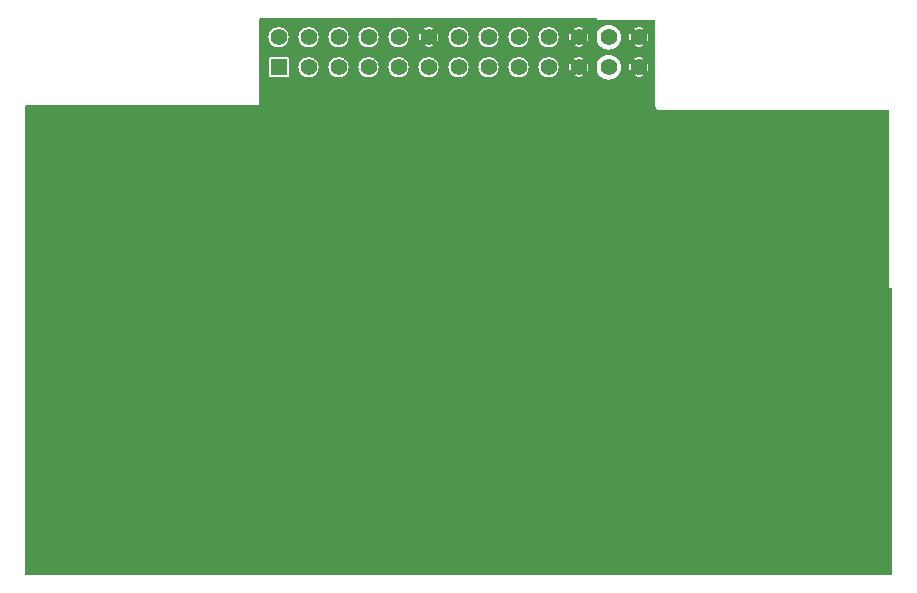
<source format=gbr>
%TF.GenerationSoftware,KiCad,Pcbnew,(6.0.8)*%
%TF.CreationDate,2023-08-07T17:47:41+10:00*%
%TF.ProjectId,REDPITAYA-BRK,52454450-4954-4415-9941-2d42524b2e6b,rev?*%
%TF.SameCoordinates,Original*%
%TF.FileFunction,Copper,L2,Inr*%
%TF.FilePolarity,Positive*%
%FSLAX46Y46*%
G04 Gerber Fmt 4.6, Leading zero omitted, Abs format (unit mm)*
G04 Created by KiCad (PCBNEW (6.0.8)) date 2023-08-07 17:47:41*
%MOMM*%
%LPD*%
G01*
G04 APERTURE LIST*
%TA.AperFunction,ComponentPad*%
%ADD10R,1.398000X1.398000*%
%TD*%
%TA.AperFunction,ComponentPad*%
%ADD11C,1.398000*%
%TD*%
%TA.AperFunction,ViaPad*%
%ADD12C,0.600000*%
%TD*%
G04 APERTURE END LIST*
D10*
%TO.N,/p5v*%
%TO.C,J1*%
X118110000Y-28194000D03*
D11*
%TO.N,/mosi*%
X120650000Y-28194000D03*
%TO.N,/sclk*%
X123190000Y-28194000D03*
%TO.N,/uart_tx*%
X125730000Y-28194000D03*
%TO.N,/i2c_scl*%
X128270000Y-28194000D03*
%TO.N,/ext_com*%
X130810000Y-28194000D03*
%TO.N,/ai0*%
X133350000Y-28194000D03*
%TO.N,/ai2*%
X135890000Y-28194000D03*
%TO.N,/ao0*%
X138430000Y-28194000D03*
%TO.N,/ao2*%
X140970000Y-28194000D03*
%TO.N,GND*%
X143510000Y-28194000D03*
%TO.N,/CLK_P*%
X146050000Y-28194000D03*
%TO.N,GND*%
X148590000Y-28194000D03*
%TO.N,/m4v*%
X118110000Y-25654000D03*
%TO.N,/miso*%
X120650000Y-25654000D03*
%TO.N,/cs*%
X123190000Y-25654000D03*
%TO.N,/uart_rx*%
X125730000Y-25654000D03*
%TO.N,/i2c_sda*%
X128270000Y-25654000D03*
%TO.N,GND*%
X130810000Y-25654000D03*
%TO.N,/ai1*%
X133350000Y-25654000D03*
%TO.N,/ai3*%
X135890000Y-25654000D03*
%TO.N,/ao1*%
X138430000Y-25654000D03*
%TO.N,/ao3*%
X140970000Y-25654000D03*
%TO.N,GND*%
X143510000Y-25654000D03*
%TO.N,/CLK_N*%
X146050000Y-25654000D03*
%TO.N,GND*%
X148590000Y-25654000D03*
%TD*%
D12*
%TO.N,GND*%
X145796000Y-51816000D03*
X134874000Y-42672000D03*
X165100000Y-40386000D03*
X165862000Y-41402000D03*
X165862000Y-39370000D03*
X163576000Y-39370000D03*
X163576000Y-41402000D03*
X151892000Y-35052000D03*
X155702000Y-38862000D03*
X154940000Y-38100000D03*
X151130000Y-34290000D03*
X148336000Y-31242000D03*
X148844000Y-32004000D03*
X149606000Y-32766000D03*
X148336000Y-30226000D03*
X152654000Y-35814000D03*
X153416000Y-36576000D03*
X154178000Y-37338000D03*
X150368000Y-33528000D03*
X156464000Y-39370000D03*
X159512000Y-39370000D03*
X157480000Y-39370000D03*
X162560000Y-39370000D03*
X161544000Y-39370000D03*
X160528000Y-39370000D03*
X158496000Y-39370000D03*
X162560000Y-41402000D03*
X161544000Y-41402000D03*
X160528000Y-41402000D03*
X159512000Y-41402000D03*
X158496000Y-41402000D03*
X157480000Y-41402000D03*
X156464000Y-41402000D03*
X155194000Y-40894000D03*
X154432000Y-40132000D03*
X153670000Y-39370000D03*
X152908000Y-38608000D03*
X152146000Y-37846000D03*
X151384000Y-37084000D03*
X150622000Y-36322000D03*
X149860000Y-35560000D03*
X149098000Y-34798000D03*
X148336000Y-34036000D03*
X147574000Y-33274000D03*
X146812000Y-32512000D03*
X146304000Y-31242000D03*
X146304000Y-30226000D03*
X135636000Y-51562000D03*
X162306000Y-45212000D03*
X102108000Y-60452000D03*
X100837000Y-63600000D03*
X147320000Y-66040000D03*
X140462000Y-49022000D03*
X138012000Y-56324000D03*
X165862000Y-55880000D03*
X129261000Y-67468600D03*
X129281000Y-53363600D03*
X99198000Y-60467000D03*
X111047000Y-41915000D03*
X100584000Y-35560000D03*
X100827000Y-68555000D03*
X99402000Y-63615000D03*
X107696000Y-67310000D03*
X129246000Y-66033600D03*
X156215000Y-42648000D03*
X147828000Y-56388000D03*
X116001000Y-64488600D03*
X116018000Y-57643000D03*
X102008000Y-46791000D03*
X116083000Y-51235000D03*
X99033000Y-46796000D03*
X116013000Y-56143000D03*
X144272000Y-61214000D03*
X167386000Y-45212000D03*
X151259000Y-64715000D03*
X151145000Y-59044000D03*
X156209000Y-66160000D03*
X163884000Y-63386800D03*
X102030000Y-55285000D03*
X116083000Y-49760000D03*
X129286000Y-56338600D03*
X102033000Y-44251000D03*
X111046000Y-64468600D03*
X124271000Y-54898600D03*
X137997000Y-53414000D03*
X124460000Y-48514000D03*
X99058000Y-44256000D03*
X151145000Y-57569000D03*
X108204000Y-63246000D03*
X129286000Y-54863600D03*
X129246000Y-64558600D03*
X158750000Y-54356000D03*
X156194000Y-64725000D03*
X120118092Y-65250947D03*
X129004000Y-45890000D03*
X102302000Y-68555000D03*
X142882000Y-56329000D03*
X165349000Y-68301800D03*
X111003000Y-59109000D03*
X167401000Y-38100000D03*
X156209000Y-67635000D03*
X99120000Y-55300000D03*
X166794000Y-63371800D03*
X163874000Y-68301800D03*
X164846000Y-50038000D03*
X156215000Y-49760000D03*
X99392000Y-68570000D03*
X162306000Y-35560000D03*
X128989000Y-44455000D03*
X124271000Y-56373600D03*
X110998000Y-56134000D03*
X111023000Y-48299000D03*
X129540000Y-49530000D03*
X121158000Y-59436000D03*
X142882000Y-54854000D03*
X160274000Y-66802000D03*
X100555000Y-55285000D03*
X156215000Y-44123000D03*
X104648000Y-51308000D03*
X123896000Y-66013600D03*
X138041000Y-64595000D03*
X128989000Y-42980000D03*
X156215000Y-51235000D03*
X142981000Y-64555000D03*
X124266000Y-53398600D03*
X138012000Y-45747600D03*
X156225000Y-59044000D03*
X162306000Y-36830000D03*
X116077000Y-43360000D03*
X132080000Y-30734000D03*
X151274000Y-67625000D03*
X156210000Y-54356000D03*
X149606000Y-49530000D03*
X167386000Y-35560000D03*
X156210000Y-56134000D03*
X100533000Y-51736000D03*
X105410000Y-58928000D03*
X143002000Y-44245000D03*
X111061000Y-67378600D03*
X116016000Y-67398600D03*
X167386000Y-36830000D03*
X102028000Y-39281000D03*
X143002000Y-45720000D03*
X124206000Y-44401000D03*
X106426000Y-34290000D03*
X167371000Y-42302000D03*
X100533000Y-46791000D03*
X142867000Y-53419000D03*
X124221000Y-45836000D03*
X138012000Y-44272600D03*
X116077000Y-41885000D03*
X138012000Y-54849000D03*
X100593000Y-39296000D03*
X158242000Y-37084000D03*
X151135000Y-49760000D03*
X142987000Y-42810000D03*
X167371000Y-43777000D03*
X152146000Y-41656000D03*
X116001000Y-65963600D03*
X156225000Y-57569000D03*
X102312000Y-63600000D03*
X132080000Y-61468000D03*
X142996000Y-67465000D03*
X151274000Y-66150000D03*
X159512000Y-44704000D03*
X125222000Y-42672000D03*
X123911000Y-67448600D03*
X100558000Y-44251000D03*
X116018000Y-59118000D03*
X111046000Y-65943600D03*
X99118000Y-39296000D03*
X138056000Y-66030000D03*
X142981000Y-66030000D03*
X111023000Y-49774000D03*
X139446000Y-58674000D03*
X147828000Y-48006000D03*
X164338000Y-60706000D03*
X138056000Y-67505000D03*
X151130000Y-56134000D03*
X155702000Y-33782000D03*
X151135000Y-42926000D03*
X102008000Y-51736000D03*
X162291000Y-43777000D03*
X111047000Y-43390000D03*
X116078000Y-48260000D03*
X165359000Y-63386800D03*
X119634000Y-54102000D03*
X130556000Y-34798000D03*
X166784000Y-68286800D03*
X100633000Y-60452000D03*
X156210000Y-48260000D03*
X111003000Y-57634000D03*
X123896000Y-64538600D03*
X137997000Y-42837600D03*
X111038000Y-51209000D03*
X133604000Y-65532000D03*
X99033000Y-51741000D03*
%TD*%
%TA.AperFunction,Conductor*%
%TO.N,GND*%
G36*
X170027100Y-71145900D02*
G01*
X170009507Y-71194238D01*
X169964958Y-71219958D01*
X169951900Y-71221100D01*
X96748100Y-71221100D01*
X96699762Y-71203507D01*
X96674042Y-71158958D01*
X96672900Y-71145900D01*
X96672900Y-46916000D01*
X170027100Y-46916000D01*
X170027100Y-71145900D01*
G37*
%TD.AperFunction*%
%TD*%
%TA.AperFunction,Conductor*%
%TO.N,GND*%
G36*
X149887066Y-24347813D02*
G01*
X149912376Y-24391650D01*
X149913500Y-24404500D01*
X149913500Y-31435436D01*
X149911589Y-31452145D01*
X149909783Y-31459938D01*
X149911788Y-31488252D01*
X149913315Y-31509825D01*
X149913500Y-31515051D01*
X149913500Y-31530149D01*
X149913909Y-31532868D01*
X149913909Y-31532871D01*
X149915439Y-31543046D01*
X149916076Y-31548821D01*
X149919435Y-31596266D01*
X149921429Y-31601422D01*
X149921430Y-31601424D01*
X149923040Y-31605586D01*
X149927201Y-31621281D01*
X149928685Y-31631151D01*
X149931079Y-31636136D01*
X149931079Y-31636137D01*
X149949277Y-31674035D01*
X149951584Y-31679367D01*
X149968747Y-31723730D01*
X149972174Y-31728077D01*
X149974930Y-31731573D01*
X149983524Y-31745353D01*
X149987846Y-31754353D01*
X149991600Y-31758414D01*
X149991604Y-31758420D01*
X150020140Y-31789289D01*
X150023900Y-31793691D01*
X150053359Y-31831059D01*
X150061574Y-31836737D01*
X150073843Y-31847384D01*
X150080617Y-31854712D01*
X150085399Y-31857490D01*
X150085402Y-31857492D01*
X150121748Y-31878604D01*
X150126651Y-31881715D01*
X150165789Y-31908764D01*
X150175312Y-31911776D01*
X150190162Y-31918341D01*
X150198797Y-31923357D01*
X150204184Y-31924606D01*
X150204185Y-31924606D01*
X150214839Y-31927075D01*
X150245146Y-31934100D01*
X150250728Y-31935627D01*
X150296097Y-31949975D01*
X150300295Y-31950305D01*
X150300298Y-31950306D01*
X150301074Y-31950367D01*
X150302768Y-31950500D01*
X150307436Y-31950500D01*
X150324145Y-31952411D01*
X150326548Y-31952968D01*
X150326550Y-31952968D01*
X150331938Y-31954217D01*
X150381825Y-31950685D01*
X150387051Y-31950500D01*
X169651500Y-31950500D01*
X169699066Y-31967813D01*
X169724376Y-32011650D01*
X169725500Y-32024500D01*
X169725500Y-70845500D01*
X169708187Y-70893066D01*
X169664350Y-70918376D01*
X169651500Y-70919500D01*
X97048500Y-70919500D01*
X97000934Y-70902187D01*
X96975624Y-70858350D01*
X96974500Y-70845500D01*
X96974500Y-31770500D01*
X96991813Y-31722934D01*
X97035650Y-31697624D01*
X97048500Y-31696500D01*
X116271436Y-31696500D01*
X116288145Y-31698411D01*
X116290548Y-31698968D01*
X116290550Y-31698968D01*
X116295938Y-31700217D01*
X116345825Y-31696685D01*
X116351051Y-31696500D01*
X116366149Y-31696500D01*
X116368868Y-31696091D01*
X116368871Y-31696091D01*
X116379046Y-31694561D01*
X116384821Y-31693924D01*
X116432266Y-31690565D01*
X116437422Y-31688571D01*
X116437424Y-31688570D01*
X116441586Y-31686960D01*
X116457281Y-31682799D01*
X116457410Y-31682780D01*
X116467151Y-31681315D01*
X116472136Y-31678921D01*
X116472137Y-31678921D01*
X116510035Y-31660723D01*
X116515367Y-31658416D01*
X116531493Y-31652177D01*
X116559730Y-31641253D01*
X116567573Y-31635070D01*
X116581353Y-31626476D01*
X116583620Y-31625387D01*
X116585364Y-31624550D01*
X116585365Y-31624549D01*
X116590353Y-31622154D01*
X116594414Y-31618400D01*
X116594420Y-31618396D01*
X116625289Y-31589860D01*
X116629691Y-31586100D01*
X116667059Y-31556641D01*
X116672737Y-31548426D01*
X116683384Y-31536157D01*
X116686649Y-31533139D01*
X116686650Y-31533138D01*
X116690712Y-31529383D01*
X116693490Y-31524601D01*
X116693492Y-31524598D01*
X116714604Y-31488252D01*
X116717716Y-31483347D01*
X116741621Y-31448759D01*
X116741622Y-31448758D01*
X116744764Y-31444211D01*
X116747776Y-31434688D01*
X116754341Y-31419838D01*
X116759357Y-31411203D01*
X116770100Y-31364854D01*
X116771627Y-31359272D01*
X116785975Y-31313903D01*
X116786500Y-31307232D01*
X116786500Y-31302564D01*
X116788411Y-31285855D01*
X116788968Y-31283452D01*
X116788968Y-31283450D01*
X116790217Y-31278062D01*
X116786685Y-31228175D01*
X116786500Y-31222949D01*
X116786500Y-27440685D01*
X116956500Y-27440685D01*
X116956501Y-28947314D01*
X116959507Y-28979127D01*
X117004791Y-29108076D01*
X117008075Y-29112522D01*
X117008076Y-29112524D01*
X117066336Y-29191401D01*
X117085990Y-29218010D01*
X117090439Y-29221296D01*
X117191233Y-29295744D01*
X117195924Y-29299209D01*
X117324873Y-29344493D01*
X117329356Y-29344917D01*
X117329357Y-29344917D01*
X117354957Y-29347337D01*
X117354964Y-29347337D01*
X117356685Y-29347500D01*
X118109351Y-29347500D01*
X118863314Y-29347499D01*
X118895127Y-29344493D01*
X119024076Y-29299209D01*
X119028768Y-29295744D01*
X119129561Y-29221296D01*
X119134010Y-29218010D01*
X119153664Y-29191401D01*
X119211924Y-29112524D01*
X119211925Y-29112522D01*
X119215209Y-29108076D01*
X119260493Y-28979127D01*
X119260918Y-28974636D01*
X119263337Y-28949043D01*
X119263337Y-28949036D01*
X119263500Y-28947315D01*
X119263499Y-28163676D01*
X119491955Y-28163676D01*
X119505820Y-28375220D01*
X119558005Y-28580696D01*
X119559421Y-28583768D01*
X119559423Y-28583773D01*
X119645341Y-28770144D01*
X119646760Y-28773221D01*
X119648718Y-28775991D01*
X119767155Y-28943577D01*
X119767159Y-28943581D01*
X119769114Y-28946348D01*
X119771539Y-28948710D01*
X119771543Y-28948715D01*
X119918537Y-29091910D01*
X119920969Y-29094279D01*
X119923787Y-29096162D01*
X119923792Y-29096166D01*
X120004900Y-29150360D01*
X120097239Y-29212059D01*
X120100353Y-29213397D01*
X120100355Y-29213398D01*
X120187025Y-29250634D01*
X120292022Y-29295744D01*
X120295331Y-29296493D01*
X120295335Y-29296494D01*
X120495477Y-29341781D01*
X120495480Y-29341781D01*
X120498793Y-29342531D01*
X120604711Y-29346693D01*
X120707233Y-29350721D01*
X120707237Y-29350721D01*
X120710628Y-29350854D01*
X120851686Y-29330402D01*
X120917075Y-29320921D01*
X120917076Y-29320921D01*
X120920433Y-29320434D01*
X121121181Y-29252289D01*
X121124133Y-29250636D01*
X121124137Y-29250634D01*
X121303188Y-29150360D01*
X121306149Y-29148702D01*
X121308754Y-29146535D01*
X121308759Y-29146532D01*
X121466534Y-29015311D01*
X121469142Y-29013142D01*
X121501167Y-28974636D01*
X121602532Y-28852759D01*
X121602535Y-28852754D01*
X121604702Y-28850149D01*
X121708289Y-28665181D01*
X121776434Y-28464433D01*
X121806854Y-28254628D01*
X121808442Y-28194000D01*
X121805656Y-28163676D01*
X122031955Y-28163676D01*
X122045820Y-28375220D01*
X122098005Y-28580696D01*
X122099421Y-28583768D01*
X122099423Y-28583773D01*
X122185341Y-28770144D01*
X122186760Y-28773221D01*
X122188718Y-28775991D01*
X122307155Y-28943577D01*
X122307159Y-28943581D01*
X122309114Y-28946348D01*
X122311539Y-28948710D01*
X122311543Y-28948715D01*
X122458537Y-29091910D01*
X122460969Y-29094279D01*
X122463787Y-29096162D01*
X122463792Y-29096166D01*
X122544900Y-29150360D01*
X122637239Y-29212059D01*
X122640353Y-29213397D01*
X122640355Y-29213398D01*
X122727025Y-29250634D01*
X122832022Y-29295744D01*
X122835331Y-29296493D01*
X122835335Y-29296494D01*
X123035477Y-29341781D01*
X123035480Y-29341781D01*
X123038793Y-29342531D01*
X123144711Y-29346693D01*
X123247233Y-29350721D01*
X123247237Y-29350721D01*
X123250628Y-29350854D01*
X123391686Y-29330402D01*
X123457075Y-29320921D01*
X123457076Y-29320921D01*
X123460433Y-29320434D01*
X123661181Y-29252289D01*
X123664133Y-29250636D01*
X123664137Y-29250634D01*
X123843188Y-29150360D01*
X123846149Y-29148702D01*
X123848754Y-29146535D01*
X123848759Y-29146532D01*
X124006534Y-29015311D01*
X124009142Y-29013142D01*
X124041167Y-28974636D01*
X124142532Y-28852759D01*
X124142535Y-28852754D01*
X124144702Y-28850149D01*
X124248289Y-28665181D01*
X124316434Y-28464433D01*
X124346854Y-28254628D01*
X124348442Y-28194000D01*
X124345656Y-28163676D01*
X124571955Y-28163676D01*
X124585820Y-28375220D01*
X124638005Y-28580696D01*
X124639421Y-28583768D01*
X124639423Y-28583773D01*
X124725341Y-28770144D01*
X124726760Y-28773221D01*
X124728718Y-28775991D01*
X124847155Y-28943577D01*
X124847159Y-28943581D01*
X124849114Y-28946348D01*
X124851539Y-28948710D01*
X124851543Y-28948715D01*
X124998537Y-29091910D01*
X125000969Y-29094279D01*
X125003787Y-29096162D01*
X125003792Y-29096166D01*
X125084900Y-29150360D01*
X125177239Y-29212059D01*
X125180353Y-29213397D01*
X125180355Y-29213398D01*
X125267025Y-29250634D01*
X125372022Y-29295744D01*
X125375331Y-29296493D01*
X125375335Y-29296494D01*
X125575477Y-29341781D01*
X125575480Y-29341781D01*
X125578793Y-29342531D01*
X125684711Y-29346693D01*
X125787233Y-29350721D01*
X125787237Y-29350721D01*
X125790628Y-29350854D01*
X125931686Y-29330402D01*
X125997075Y-29320921D01*
X125997076Y-29320921D01*
X126000433Y-29320434D01*
X126201181Y-29252289D01*
X126204133Y-29250636D01*
X126204137Y-29250634D01*
X126383188Y-29150360D01*
X126386149Y-29148702D01*
X126388754Y-29146535D01*
X126388759Y-29146532D01*
X126546534Y-29015311D01*
X126549142Y-29013142D01*
X126581167Y-28974636D01*
X126682532Y-28852759D01*
X126682535Y-28852754D01*
X126684702Y-28850149D01*
X126788289Y-28665181D01*
X126856434Y-28464433D01*
X126886854Y-28254628D01*
X126888442Y-28194000D01*
X126885656Y-28163676D01*
X127111955Y-28163676D01*
X127125820Y-28375220D01*
X127178005Y-28580696D01*
X127179421Y-28583768D01*
X127179423Y-28583773D01*
X127265341Y-28770144D01*
X127266760Y-28773221D01*
X127268718Y-28775991D01*
X127387155Y-28943577D01*
X127387159Y-28943581D01*
X127389114Y-28946348D01*
X127391539Y-28948710D01*
X127391543Y-28948715D01*
X127538537Y-29091910D01*
X127540969Y-29094279D01*
X127543787Y-29096162D01*
X127543792Y-29096166D01*
X127624900Y-29150360D01*
X127717239Y-29212059D01*
X127720353Y-29213397D01*
X127720355Y-29213398D01*
X127807025Y-29250634D01*
X127912022Y-29295744D01*
X127915331Y-29296493D01*
X127915335Y-29296494D01*
X128115477Y-29341781D01*
X128115480Y-29341781D01*
X128118793Y-29342531D01*
X128224711Y-29346693D01*
X128327233Y-29350721D01*
X128327237Y-29350721D01*
X128330628Y-29350854D01*
X128471686Y-29330402D01*
X128537075Y-29320921D01*
X128537076Y-29320921D01*
X128540433Y-29320434D01*
X128741181Y-29252289D01*
X128744133Y-29250636D01*
X128744137Y-29250634D01*
X128923188Y-29150360D01*
X128926149Y-29148702D01*
X128928754Y-29146535D01*
X128928759Y-29146532D01*
X129086534Y-29015311D01*
X129089142Y-29013142D01*
X129121167Y-28974636D01*
X129222532Y-28852759D01*
X129222535Y-28852754D01*
X129224702Y-28850149D01*
X129328289Y-28665181D01*
X129396434Y-28464433D01*
X129426854Y-28254628D01*
X129428442Y-28194000D01*
X129425656Y-28163676D01*
X129651955Y-28163676D01*
X129665820Y-28375220D01*
X129718005Y-28580696D01*
X129719421Y-28583768D01*
X129719423Y-28583773D01*
X129805341Y-28770144D01*
X129806760Y-28773221D01*
X129808718Y-28775991D01*
X129927155Y-28943577D01*
X129927159Y-28943581D01*
X129929114Y-28946348D01*
X129931539Y-28948710D01*
X129931543Y-28948715D01*
X130078537Y-29091910D01*
X130080969Y-29094279D01*
X130083787Y-29096162D01*
X130083792Y-29096166D01*
X130164900Y-29150360D01*
X130257239Y-29212059D01*
X130260353Y-29213397D01*
X130260355Y-29213398D01*
X130347025Y-29250634D01*
X130452022Y-29295744D01*
X130455331Y-29296493D01*
X130455335Y-29296494D01*
X130655477Y-29341781D01*
X130655480Y-29341781D01*
X130658793Y-29342531D01*
X130764711Y-29346693D01*
X130867233Y-29350721D01*
X130867237Y-29350721D01*
X130870628Y-29350854D01*
X131011686Y-29330402D01*
X131077075Y-29320921D01*
X131077076Y-29320921D01*
X131080433Y-29320434D01*
X131281181Y-29252289D01*
X131284133Y-29250636D01*
X131284137Y-29250634D01*
X131463188Y-29150360D01*
X131466149Y-29148702D01*
X131468754Y-29146535D01*
X131468759Y-29146532D01*
X131626534Y-29015311D01*
X131629142Y-29013142D01*
X131661167Y-28974636D01*
X131762532Y-28852759D01*
X131762535Y-28852754D01*
X131764702Y-28850149D01*
X131868289Y-28665181D01*
X131936434Y-28464433D01*
X131966854Y-28254628D01*
X131968442Y-28194000D01*
X131965656Y-28163676D01*
X132191955Y-28163676D01*
X132205820Y-28375220D01*
X132258005Y-28580696D01*
X132259421Y-28583768D01*
X132259423Y-28583773D01*
X132345341Y-28770144D01*
X132346760Y-28773221D01*
X132348718Y-28775991D01*
X132467155Y-28943577D01*
X132467159Y-28943581D01*
X132469114Y-28946348D01*
X132471539Y-28948710D01*
X132471543Y-28948715D01*
X132618537Y-29091910D01*
X132620969Y-29094279D01*
X132623787Y-29096162D01*
X132623792Y-29096166D01*
X132704900Y-29150360D01*
X132797239Y-29212059D01*
X132800353Y-29213397D01*
X132800355Y-29213398D01*
X132887025Y-29250634D01*
X132992022Y-29295744D01*
X132995331Y-29296493D01*
X132995335Y-29296494D01*
X133195477Y-29341781D01*
X133195480Y-29341781D01*
X133198793Y-29342531D01*
X133304711Y-29346693D01*
X133407233Y-29350721D01*
X133407237Y-29350721D01*
X133410628Y-29350854D01*
X133551686Y-29330402D01*
X133617075Y-29320921D01*
X133617076Y-29320921D01*
X133620433Y-29320434D01*
X133821181Y-29252289D01*
X133824133Y-29250636D01*
X133824137Y-29250634D01*
X134003188Y-29150360D01*
X134006149Y-29148702D01*
X134008754Y-29146535D01*
X134008759Y-29146532D01*
X134166534Y-29015311D01*
X134169142Y-29013142D01*
X134201167Y-28974636D01*
X134302532Y-28852759D01*
X134302535Y-28852754D01*
X134304702Y-28850149D01*
X134408289Y-28665181D01*
X134476434Y-28464433D01*
X134506854Y-28254628D01*
X134508442Y-28194000D01*
X134505656Y-28163676D01*
X134731955Y-28163676D01*
X134745820Y-28375220D01*
X134798005Y-28580696D01*
X134799421Y-28583768D01*
X134799423Y-28583773D01*
X134885341Y-28770144D01*
X134886760Y-28773221D01*
X134888718Y-28775991D01*
X135007155Y-28943577D01*
X135007159Y-28943581D01*
X135009114Y-28946348D01*
X135011539Y-28948710D01*
X135011543Y-28948715D01*
X135158537Y-29091910D01*
X135160969Y-29094279D01*
X135163787Y-29096162D01*
X135163792Y-29096166D01*
X135244900Y-29150360D01*
X135337239Y-29212059D01*
X135340353Y-29213397D01*
X135340355Y-29213398D01*
X135427025Y-29250634D01*
X135532022Y-29295744D01*
X135535331Y-29296493D01*
X135535335Y-29296494D01*
X135735477Y-29341781D01*
X135735480Y-29341781D01*
X135738793Y-29342531D01*
X135844711Y-29346693D01*
X135947233Y-29350721D01*
X135947237Y-29350721D01*
X135950628Y-29350854D01*
X136091686Y-29330402D01*
X136157075Y-29320921D01*
X136157076Y-29320921D01*
X136160433Y-29320434D01*
X136361181Y-29252289D01*
X136364133Y-29250636D01*
X136364137Y-29250634D01*
X136543188Y-29150360D01*
X136546149Y-29148702D01*
X136548754Y-29146535D01*
X136548759Y-29146532D01*
X136706534Y-29015311D01*
X136709142Y-29013142D01*
X136741167Y-28974636D01*
X136842532Y-28852759D01*
X136842535Y-28852754D01*
X136844702Y-28850149D01*
X136948289Y-28665181D01*
X137016434Y-28464433D01*
X137046854Y-28254628D01*
X137048442Y-28194000D01*
X137045656Y-28163676D01*
X137271955Y-28163676D01*
X137285820Y-28375220D01*
X137338005Y-28580696D01*
X137339421Y-28583768D01*
X137339423Y-28583773D01*
X137425341Y-28770144D01*
X137426760Y-28773221D01*
X137428718Y-28775991D01*
X137547155Y-28943577D01*
X137547159Y-28943581D01*
X137549114Y-28946348D01*
X137551539Y-28948710D01*
X137551543Y-28948715D01*
X137698537Y-29091910D01*
X137700969Y-29094279D01*
X137703787Y-29096162D01*
X137703792Y-29096166D01*
X137784900Y-29150360D01*
X137877239Y-29212059D01*
X137880353Y-29213397D01*
X137880355Y-29213398D01*
X137967025Y-29250634D01*
X138072022Y-29295744D01*
X138075331Y-29296493D01*
X138075335Y-29296494D01*
X138275477Y-29341781D01*
X138275480Y-29341781D01*
X138278793Y-29342531D01*
X138384711Y-29346693D01*
X138487233Y-29350721D01*
X138487237Y-29350721D01*
X138490628Y-29350854D01*
X138631686Y-29330402D01*
X138697075Y-29320921D01*
X138697076Y-29320921D01*
X138700433Y-29320434D01*
X138901181Y-29252289D01*
X138904133Y-29250636D01*
X138904137Y-29250634D01*
X139083188Y-29150360D01*
X139086149Y-29148702D01*
X139088754Y-29146535D01*
X139088759Y-29146532D01*
X139246534Y-29015311D01*
X139249142Y-29013142D01*
X139281167Y-28974636D01*
X139382532Y-28852759D01*
X139382535Y-28852754D01*
X139384702Y-28850149D01*
X139488289Y-28665181D01*
X139556434Y-28464433D01*
X139586854Y-28254628D01*
X139588442Y-28194000D01*
X139585656Y-28163676D01*
X139811955Y-28163676D01*
X139825820Y-28375220D01*
X139878005Y-28580696D01*
X139879421Y-28583768D01*
X139879423Y-28583773D01*
X139965341Y-28770144D01*
X139966760Y-28773221D01*
X139968718Y-28775991D01*
X140087155Y-28943577D01*
X140087159Y-28943581D01*
X140089114Y-28946348D01*
X140091539Y-28948710D01*
X140091543Y-28948715D01*
X140238537Y-29091910D01*
X140240969Y-29094279D01*
X140243787Y-29096162D01*
X140243792Y-29096166D01*
X140324900Y-29150360D01*
X140417239Y-29212059D01*
X140420353Y-29213397D01*
X140420355Y-29213398D01*
X140507025Y-29250634D01*
X140612022Y-29295744D01*
X140615331Y-29296493D01*
X140615335Y-29296494D01*
X140815477Y-29341781D01*
X140815480Y-29341781D01*
X140818793Y-29342531D01*
X140924711Y-29346693D01*
X141027233Y-29350721D01*
X141027237Y-29350721D01*
X141030628Y-29350854D01*
X141171686Y-29330402D01*
X141237075Y-29320921D01*
X141237076Y-29320921D01*
X141240433Y-29320434D01*
X141441181Y-29252289D01*
X141444133Y-29250636D01*
X141444137Y-29250634D01*
X141623188Y-29150360D01*
X141626149Y-29148702D01*
X141628754Y-29146535D01*
X141628759Y-29146532D01*
X141786534Y-29015311D01*
X141789142Y-29013142D01*
X141821167Y-28974636D01*
X141857710Y-28930698D01*
X143137658Y-28930698D01*
X143142126Y-28934381D01*
X143249801Y-28982322D01*
X143257141Y-28984707D01*
X143419387Y-29019193D01*
X143427066Y-29020000D01*
X143592934Y-29020000D01*
X143600613Y-29019193D01*
X143762859Y-28984707D01*
X143770199Y-28982322D01*
X143875154Y-28935592D01*
X143882805Y-28928204D01*
X143879954Y-28923165D01*
X143519226Y-28562436D01*
X143509587Y-28557941D01*
X143503688Y-28559522D01*
X143142152Y-28921059D01*
X143137658Y-28930698D01*
X141857710Y-28930698D01*
X141922532Y-28852759D01*
X141922535Y-28852754D01*
X141924702Y-28850149D01*
X142028289Y-28665181D01*
X142096434Y-28464433D01*
X142126854Y-28254628D01*
X142128341Y-28197853D01*
X142679855Y-28197853D01*
X142697195Y-28362829D01*
X142698798Y-28370367D01*
X142750056Y-28528125D01*
X142753193Y-28535171D01*
X142767322Y-28559643D01*
X142775470Y-28566480D01*
X142777587Y-28566480D01*
X142779576Y-28565213D01*
X143141564Y-28203226D01*
X143145674Y-28194413D01*
X143873941Y-28194413D01*
X143875522Y-28200312D01*
X144236928Y-28561717D01*
X144246567Y-28566212D01*
X144248614Y-28565663D01*
X144250204Y-28563928D01*
X144266807Y-28535171D01*
X144269944Y-28528125D01*
X144321202Y-28370367D01*
X144322805Y-28362829D01*
X144340145Y-28197853D01*
X144340145Y-28190147D01*
X144337363Y-28163676D01*
X144891955Y-28163676D01*
X144905820Y-28375220D01*
X144958005Y-28580696D01*
X144959421Y-28583768D01*
X144959423Y-28583773D01*
X145045341Y-28770144D01*
X145046760Y-28773221D01*
X145048718Y-28775991D01*
X145167155Y-28943577D01*
X145167159Y-28943581D01*
X145169114Y-28946348D01*
X145171539Y-28948710D01*
X145171543Y-28948715D01*
X145318537Y-29091910D01*
X145320969Y-29094279D01*
X145323787Y-29096162D01*
X145323792Y-29096166D01*
X145404900Y-29150360D01*
X145497239Y-29212059D01*
X145500353Y-29213397D01*
X145500355Y-29213398D01*
X145587025Y-29250634D01*
X145692022Y-29295744D01*
X145695331Y-29296493D01*
X145695335Y-29296494D01*
X145895477Y-29341781D01*
X145895480Y-29341781D01*
X145898793Y-29342531D01*
X146004711Y-29346693D01*
X146107233Y-29350721D01*
X146107237Y-29350721D01*
X146110628Y-29350854D01*
X146251686Y-29330402D01*
X146317075Y-29320921D01*
X146317076Y-29320921D01*
X146320433Y-29320434D01*
X146521181Y-29252289D01*
X146524133Y-29250636D01*
X146524137Y-29250634D01*
X146703188Y-29150360D01*
X146706149Y-29148702D01*
X146708754Y-29146535D01*
X146708759Y-29146532D01*
X146866534Y-29015311D01*
X146869142Y-29013142D01*
X146901167Y-28974636D01*
X146937710Y-28930698D01*
X148217658Y-28930698D01*
X148222126Y-28934381D01*
X148329801Y-28982322D01*
X148337141Y-28984707D01*
X148499387Y-29019193D01*
X148507066Y-29020000D01*
X148672934Y-29020000D01*
X148680613Y-29019193D01*
X148842859Y-28984707D01*
X148850199Y-28982322D01*
X148955154Y-28935592D01*
X148962805Y-28928204D01*
X148959954Y-28923165D01*
X148599226Y-28562436D01*
X148589587Y-28557941D01*
X148583688Y-28559522D01*
X148222152Y-28921059D01*
X148217658Y-28930698D01*
X146937710Y-28930698D01*
X147002532Y-28852759D01*
X147002535Y-28852754D01*
X147004702Y-28850149D01*
X147108289Y-28665181D01*
X147176434Y-28464433D01*
X147206854Y-28254628D01*
X147208341Y-28197853D01*
X147759855Y-28197853D01*
X147777195Y-28362829D01*
X147778798Y-28370367D01*
X147830056Y-28528125D01*
X147833193Y-28535171D01*
X147847322Y-28559643D01*
X147855470Y-28566480D01*
X147857587Y-28566480D01*
X147859576Y-28565213D01*
X148221564Y-28203226D01*
X148225674Y-28194413D01*
X148953941Y-28194413D01*
X148955522Y-28200312D01*
X149316928Y-28561717D01*
X149326567Y-28566212D01*
X149328614Y-28565663D01*
X149330204Y-28563928D01*
X149346807Y-28535171D01*
X149349944Y-28528125D01*
X149401202Y-28370367D01*
X149402805Y-28362829D01*
X149420145Y-28197853D01*
X149420145Y-28190147D01*
X149402805Y-28025171D01*
X149401202Y-28017633D01*
X149349944Y-27859875D01*
X149346807Y-27852829D01*
X149332678Y-27828357D01*
X149324530Y-27821520D01*
X149322413Y-27821520D01*
X149320424Y-27822787D01*
X148958436Y-28184774D01*
X148953941Y-28194413D01*
X148225674Y-28194413D01*
X148226059Y-28193587D01*
X148224478Y-28187688D01*
X147863072Y-27826283D01*
X147853433Y-27821788D01*
X147851386Y-27822337D01*
X147849796Y-27824072D01*
X147833193Y-27852829D01*
X147830056Y-27859875D01*
X147778798Y-28017633D01*
X147777195Y-28025171D01*
X147759855Y-28190147D01*
X147759855Y-28197853D01*
X147208341Y-28197853D01*
X147208442Y-28194000D01*
X147189044Y-27982891D01*
X147188125Y-27979633D01*
X147188124Y-27979627D01*
X147132420Y-27782117D01*
X147132419Y-27782115D01*
X147131499Y-27778852D01*
X147037734Y-27588716D01*
X147020824Y-27566070D01*
X146941465Y-27459796D01*
X148217195Y-27459796D01*
X148220046Y-27464835D01*
X148580774Y-27825564D01*
X148590413Y-27830059D01*
X148596312Y-27828478D01*
X148957848Y-27466941D01*
X148962342Y-27457302D01*
X148957874Y-27453619D01*
X148850199Y-27405678D01*
X148842859Y-27403293D01*
X148680613Y-27368807D01*
X148672934Y-27368000D01*
X148507066Y-27368000D01*
X148499387Y-27368807D01*
X148337141Y-27403293D01*
X148329801Y-27405678D01*
X148224846Y-27452408D01*
X148217195Y-27459796D01*
X146941465Y-27459796D01*
X146912922Y-27421572D01*
X146912921Y-27421571D01*
X146910890Y-27418851D01*
X146755215Y-27274946D01*
X146752340Y-27273132D01*
X146578791Y-27163631D01*
X146578789Y-27163630D01*
X146575922Y-27161821D01*
X146572774Y-27160565D01*
X146572772Y-27160564D01*
X146382169Y-27084521D01*
X146382166Y-27084520D01*
X146379015Y-27083263D01*
X146375688Y-27082601D01*
X146375684Y-27082600D01*
X146174414Y-27042565D01*
X146174412Y-27042565D01*
X146171090Y-27041904D01*
X146076291Y-27040663D01*
X145962503Y-27039173D01*
X145962498Y-27039173D01*
X145959110Y-27039129D01*
X145955764Y-27039704D01*
X145955763Y-27039704D01*
X145924943Y-27045000D01*
X145750173Y-27075031D01*
X145551278Y-27148407D01*
X145369085Y-27256801D01*
X145366541Y-27259032D01*
X145366537Y-27259035D01*
X145342718Y-27279924D01*
X145209696Y-27396581D01*
X145078449Y-27563067D01*
X144979739Y-27750683D01*
X144916873Y-27953146D01*
X144891955Y-28163676D01*
X144337363Y-28163676D01*
X144322805Y-28025171D01*
X144321202Y-28017633D01*
X144269944Y-27859875D01*
X144266807Y-27852829D01*
X144252678Y-27828357D01*
X144244530Y-27821520D01*
X144242413Y-27821520D01*
X144240424Y-27822787D01*
X143878436Y-28184774D01*
X143873941Y-28194413D01*
X143145674Y-28194413D01*
X143146059Y-28193587D01*
X143144478Y-28187688D01*
X142783072Y-27826283D01*
X142773433Y-27821788D01*
X142771386Y-27822337D01*
X142769796Y-27824072D01*
X142753193Y-27852829D01*
X142750056Y-27859875D01*
X142698798Y-28017633D01*
X142697195Y-28025171D01*
X142679855Y-28190147D01*
X142679855Y-28197853D01*
X142128341Y-28197853D01*
X142128442Y-28194000D01*
X142109044Y-27982891D01*
X142108125Y-27979633D01*
X142108124Y-27979627D01*
X142052420Y-27782117D01*
X142052419Y-27782115D01*
X142051499Y-27778852D01*
X141957734Y-27588716D01*
X141940824Y-27566070D01*
X141861465Y-27459796D01*
X143137195Y-27459796D01*
X143140046Y-27464835D01*
X143500774Y-27825564D01*
X143510413Y-27830059D01*
X143516312Y-27828478D01*
X143877848Y-27466941D01*
X143882342Y-27457302D01*
X143877874Y-27453619D01*
X143770199Y-27405678D01*
X143762859Y-27403293D01*
X143600613Y-27368807D01*
X143592934Y-27368000D01*
X143427066Y-27368000D01*
X143419387Y-27368807D01*
X143257141Y-27403293D01*
X143249801Y-27405678D01*
X143144846Y-27452408D01*
X143137195Y-27459796D01*
X141861465Y-27459796D01*
X141832922Y-27421572D01*
X141832921Y-27421571D01*
X141830890Y-27418851D01*
X141675215Y-27274946D01*
X141672340Y-27273132D01*
X141498791Y-27163631D01*
X141498789Y-27163630D01*
X141495922Y-27161821D01*
X141492774Y-27160565D01*
X141492772Y-27160564D01*
X141302169Y-27084521D01*
X141302166Y-27084520D01*
X141299015Y-27083263D01*
X141295688Y-27082601D01*
X141295684Y-27082600D01*
X141094414Y-27042565D01*
X141094412Y-27042565D01*
X141091090Y-27041904D01*
X140996291Y-27040663D01*
X140882503Y-27039173D01*
X140882498Y-27039173D01*
X140879110Y-27039129D01*
X140875764Y-27039704D01*
X140875763Y-27039704D01*
X140844943Y-27045000D01*
X140670173Y-27075031D01*
X140471278Y-27148407D01*
X140289085Y-27256801D01*
X140286541Y-27259032D01*
X140286537Y-27259035D01*
X140262718Y-27279924D01*
X140129696Y-27396581D01*
X139998449Y-27563067D01*
X139899739Y-27750683D01*
X139836873Y-27953146D01*
X139811955Y-28163676D01*
X139585656Y-28163676D01*
X139569044Y-27982891D01*
X139568125Y-27979633D01*
X139568124Y-27979627D01*
X139512420Y-27782117D01*
X139512419Y-27782115D01*
X139511499Y-27778852D01*
X139417734Y-27588716D01*
X139400824Y-27566070D01*
X139292922Y-27421572D01*
X139292921Y-27421571D01*
X139290890Y-27418851D01*
X139135215Y-27274946D01*
X139132340Y-27273132D01*
X138958791Y-27163631D01*
X138958789Y-27163630D01*
X138955922Y-27161821D01*
X138952774Y-27160565D01*
X138952772Y-27160564D01*
X138762169Y-27084521D01*
X138762166Y-27084520D01*
X138759015Y-27083263D01*
X138755688Y-27082601D01*
X138755684Y-27082600D01*
X138554414Y-27042565D01*
X138554412Y-27042565D01*
X138551090Y-27041904D01*
X138456291Y-27040663D01*
X138342503Y-27039173D01*
X138342498Y-27039173D01*
X138339110Y-27039129D01*
X138335764Y-27039704D01*
X138335763Y-27039704D01*
X138304943Y-27045000D01*
X138130173Y-27075031D01*
X137931278Y-27148407D01*
X137749085Y-27256801D01*
X137746541Y-27259032D01*
X137746537Y-27259035D01*
X137722718Y-27279924D01*
X137589696Y-27396581D01*
X137458449Y-27563067D01*
X137359739Y-27750683D01*
X137296873Y-27953146D01*
X137271955Y-28163676D01*
X137045656Y-28163676D01*
X137029044Y-27982891D01*
X137028125Y-27979633D01*
X137028124Y-27979627D01*
X136972420Y-27782117D01*
X136972419Y-27782115D01*
X136971499Y-27778852D01*
X136877734Y-27588716D01*
X136860824Y-27566070D01*
X136752922Y-27421572D01*
X136752921Y-27421571D01*
X136750890Y-27418851D01*
X136595215Y-27274946D01*
X136592340Y-27273132D01*
X136418791Y-27163631D01*
X136418789Y-27163630D01*
X136415922Y-27161821D01*
X136412774Y-27160565D01*
X136412772Y-27160564D01*
X136222169Y-27084521D01*
X136222166Y-27084520D01*
X136219015Y-27083263D01*
X136215688Y-27082601D01*
X136215684Y-27082600D01*
X136014414Y-27042565D01*
X136014412Y-27042565D01*
X136011090Y-27041904D01*
X135916291Y-27040663D01*
X135802503Y-27039173D01*
X135802498Y-27039173D01*
X135799110Y-27039129D01*
X135795764Y-27039704D01*
X135795763Y-27039704D01*
X135764943Y-27045000D01*
X135590173Y-27075031D01*
X135391278Y-27148407D01*
X135209085Y-27256801D01*
X135206541Y-27259032D01*
X135206537Y-27259035D01*
X135182718Y-27279924D01*
X135049696Y-27396581D01*
X134918449Y-27563067D01*
X134819739Y-27750683D01*
X134756873Y-27953146D01*
X134731955Y-28163676D01*
X134505656Y-28163676D01*
X134489044Y-27982891D01*
X134488125Y-27979633D01*
X134488124Y-27979627D01*
X134432420Y-27782117D01*
X134432419Y-27782115D01*
X134431499Y-27778852D01*
X134337734Y-27588716D01*
X134320824Y-27566070D01*
X134212922Y-27421572D01*
X134212921Y-27421571D01*
X134210890Y-27418851D01*
X134055215Y-27274946D01*
X134052340Y-27273132D01*
X133878791Y-27163631D01*
X133878789Y-27163630D01*
X133875922Y-27161821D01*
X133872774Y-27160565D01*
X133872772Y-27160564D01*
X133682169Y-27084521D01*
X133682166Y-27084520D01*
X133679015Y-27083263D01*
X133675688Y-27082601D01*
X133675684Y-27082600D01*
X133474414Y-27042565D01*
X133474412Y-27042565D01*
X133471090Y-27041904D01*
X133376291Y-27040663D01*
X133262503Y-27039173D01*
X133262498Y-27039173D01*
X133259110Y-27039129D01*
X133255764Y-27039704D01*
X133255763Y-27039704D01*
X133224943Y-27045000D01*
X133050173Y-27075031D01*
X132851278Y-27148407D01*
X132669085Y-27256801D01*
X132666541Y-27259032D01*
X132666537Y-27259035D01*
X132642718Y-27279924D01*
X132509696Y-27396581D01*
X132378449Y-27563067D01*
X132279739Y-27750683D01*
X132216873Y-27953146D01*
X132191955Y-28163676D01*
X131965656Y-28163676D01*
X131949044Y-27982891D01*
X131948125Y-27979633D01*
X131948124Y-27979627D01*
X131892420Y-27782117D01*
X131892419Y-27782115D01*
X131891499Y-27778852D01*
X131797734Y-27588716D01*
X131780824Y-27566070D01*
X131672922Y-27421572D01*
X131672921Y-27421571D01*
X131670890Y-27418851D01*
X131515215Y-27274946D01*
X131512340Y-27273132D01*
X131338791Y-27163631D01*
X131338789Y-27163630D01*
X131335922Y-27161821D01*
X131332774Y-27160565D01*
X131332772Y-27160564D01*
X131142169Y-27084521D01*
X131142166Y-27084520D01*
X131139015Y-27083263D01*
X131135688Y-27082601D01*
X131135684Y-27082600D01*
X130934414Y-27042565D01*
X130934412Y-27042565D01*
X130931090Y-27041904D01*
X130836291Y-27040663D01*
X130722503Y-27039173D01*
X130722498Y-27039173D01*
X130719110Y-27039129D01*
X130715764Y-27039704D01*
X130715763Y-27039704D01*
X130684943Y-27045000D01*
X130510173Y-27075031D01*
X130311278Y-27148407D01*
X130129085Y-27256801D01*
X130126541Y-27259032D01*
X130126537Y-27259035D01*
X130102718Y-27279924D01*
X129969696Y-27396581D01*
X129838449Y-27563067D01*
X129739739Y-27750683D01*
X129676873Y-27953146D01*
X129651955Y-28163676D01*
X129425656Y-28163676D01*
X129409044Y-27982891D01*
X129408125Y-27979633D01*
X129408124Y-27979627D01*
X129352420Y-27782117D01*
X129352419Y-27782115D01*
X129351499Y-27778852D01*
X129257734Y-27588716D01*
X129240824Y-27566070D01*
X129132922Y-27421572D01*
X129132921Y-27421571D01*
X129130890Y-27418851D01*
X128975215Y-27274946D01*
X128972340Y-27273132D01*
X128798791Y-27163631D01*
X128798789Y-27163630D01*
X128795922Y-27161821D01*
X128792774Y-27160565D01*
X128792772Y-27160564D01*
X128602169Y-27084521D01*
X128602166Y-27084520D01*
X128599015Y-27083263D01*
X128595688Y-27082601D01*
X128595684Y-27082600D01*
X128394414Y-27042565D01*
X128394412Y-27042565D01*
X128391090Y-27041904D01*
X128296291Y-27040663D01*
X128182503Y-27039173D01*
X128182498Y-27039173D01*
X128179110Y-27039129D01*
X128175764Y-27039704D01*
X128175763Y-27039704D01*
X128144943Y-27045000D01*
X127970173Y-27075031D01*
X127771278Y-27148407D01*
X127589085Y-27256801D01*
X127586541Y-27259032D01*
X127586537Y-27259035D01*
X127562718Y-27279924D01*
X127429696Y-27396581D01*
X127298449Y-27563067D01*
X127199739Y-27750683D01*
X127136873Y-27953146D01*
X127111955Y-28163676D01*
X126885656Y-28163676D01*
X126869044Y-27982891D01*
X126868125Y-27979633D01*
X126868124Y-27979627D01*
X126812420Y-27782117D01*
X126812419Y-27782115D01*
X126811499Y-27778852D01*
X126717734Y-27588716D01*
X126700824Y-27566070D01*
X126592922Y-27421572D01*
X126592921Y-27421571D01*
X126590890Y-27418851D01*
X126435215Y-27274946D01*
X126432340Y-27273132D01*
X126258791Y-27163631D01*
X126258789Y-27163630D01*
X126255922Y-27161821D01*
X126252774Y-27160565D01*
X126252772Y-27160564D01*
X126062169Y-27084521D01*
X126062166Y-27084520D01*
X126059015Y-27083263D01*
X126055688Y-27082601D01*
X126055684Y-27082600D01*
X125854414Y-27042565D01*
X125854412Y-27042565D01*
X125851090Y-27041904D01*
X125756291Y-27040663D01*
X125642503Y-27039173D01*
X125642498Y-27039173D01*
X125639110Y-27039129D01*
X125635764Y-27039704D01*
X125635763Y-27039704D01*
X125604943Y-27045000D01*
X125430173Y-27075031D01*
X125231278Y-27148407D01*
X125049085Y-27256801D01*
X125046541Y-27259032D01*
X125046537Y-27259035D01*
X125022718Y-27279924D01*
X124889696Y-27396581D01*
X124758449Y-27563067D01*
X124659739Y-27750683D01*
X124596873Y-27953146D01*
X124571955Y-28163676D01*
X124345656Y-28163676D01*
X124329044Y-27982891D01*
X124328125Y-27979633D01*
X124328124Y-27979627D01*
X124272420Y-27782117D01*
X124272419Y-27782115D01*
X124271499Y-27778852D01*
X124177734Y-27588716D01*
X124160824Y-27566070D01*
X124052922Y-27421572D01*
X124052921Y-27421571D01*
X124050890Y-27418851D01*
X123895215Y-27274946D01*
X123892340Y-27273132D01*
X123718791Y-27163631D01*
X123718789Y-27163630D01*
X123715922Y-27161821D01*
X123712774Y-27160565D01*
X123712772Y-27160564D01*
X123522169Y-27084521D01*
X123522166Y-27084520D01*
X123519015Y-27083263D01*
X123515688Y-27082601D01*
X123515684Y-27082600D01*
X123314414Y-27042565D01*
X123314412Y-27042565D01*
X123311090Y-27041904D01*
X123216291Y-27040663D01*
X123102503Y-27039173D01*
X123102498Y-27039173D01*
X123099110Y-27039129D01*
X123095764Y-27039704D01*
X123095763Y-27039704D01*
X123064943Y-27045000D01*
X122890173Y-27075031D01*
X122691278Y-27148407D01*
X122509085Y-27256801D01*
X122506541Y-27259032D01*
X122506537Y-27259035D01*
X122482718Y-27279924D01*
X122349696Y-27396581D01*
X122218449Y-27563067D01*
X122119739Y-27750683D01*
X122056873Y-27953146D01*
X122031955Y-28163676D01*
X121805656Y-28163676D01*
X121789044Y-27982891D01*
X121788125Y-27979633D01*
X121788124Y-27979627D01*
X121732420Y-27782117D01*
X121732419Y-27782115D01*
X121731499Y-27778852D01*
X121637734Y-27588716D01*
X121620824Y-27566070D01*
X121512922Y-27421572D01*
X121512921Y-27421571D01*
X121510890Y-27418851D01*
X121355215Y-27274946D01*
X121352340Y-27273132D01*
X121178791Y-27163631D01*
X121178789Y-27163630D01*
X121175922Y-27161821D01*
X121172774Y-27160565D01*
X121172772Y-27160564D01*
X120982169Y-27084521D01*
X120982166Y-27084520D01*
X120979015Y-27083263D01*
X120975688Y-27082601D01*
X120975684Y-27082600D01*
X120774414Y-27042565D01*
X120774412Y-27042565D01*
X120771090Y-27041904D01*
X120676291Y-27040663D01*
X120562503Y-27039173D01*
X120562498Y-27039173D01*
X120559110Y-27039129D01*
X120555764Y-27039704D01*
X120555763Y-27039704D01*
X120524943Y-27045000D01*
X120350173Y-27075031D01*
X120151278Y-27148407D01*
X119969085Y-27256801D01*
X119966541Y-27259032D01*
X119966537Y-27259035D01*
X119942718Y-27279924D01*
X119809696Y-27396581D01*
X119678449Y-27563067D01*
X119579739Y-27750683D01*
X119516873Y-27953146D01*
X119491955Y-28163676D01*
X119263499Y-28163676D01*
X119263499Y-27440686D01*
X119260493Y-27408873D01*
X119215209Y-27279924D01*
X119211533Y-27274946D01*
X119137296Y-27174439D01*
X119134010Y-27169990D01*
X119024076Y-27088791D01*
X118895127Y-27043507D01*
X118890644Y-27043083D01*
X118890643Y-27043083D01*
X118865043Y-27040663D01*
X118865036Y-27040663D01*
X118863315Y-27040500D01*
X118110649Y-27040500D01*
X117356686Y-27040501D01*
X117324873Y-27043507D01*
X117195924Y-27088791D01*
X117085990Y-27169990D01*
X117082704Y-27174439D01*
X117008468Y-27274946D01*
X117004791Y-27279924D01*
X116959507Y-27408873D01*
X116959083Y-27413356D01*
X116959083Y-27413357D01*
X116956664Y-27438952D01*
X116956500Y-27440685D01*
X116786500Y-27440685D01*
X116786500Y-25623676D01*
X116951955Y-25623676D01*
X116965820Y-25835220D01*
X117018005Y-26040696D01*
X117019421Y-26043768D01*
X117019423Y-26043773D01*
X117105341Y-26230144D01*
X117106760Y-26233221D01*
X117108718Y-26235991D01*
X117227155Y-26403577D01*
X117227159Y-26403581D01*
X117229114Y-26406348D01*
X117231539Y-26408710D01*
X117231543Y-26408715D01*
X117378537Y-26551910D01*
X117380969Y-26554279D01*
X117383787Y-26556162D01*
X117383792Y-26556166D01*
X117464900Y-26610360D01*
X117557239Y-26672059D01*
X117560353Y-26673397D01*
X117560355Y-26673398D01*
X117647025Y-26710634D01*
X117752022Y-26755744D01*
X117755331Y-26756493D01*
X117755335Y-26756494D01*
X117955477Y-26801781D01*
X117955480Y-26801781D01*
X117958793Y-26802531D01*
X118064710Y-26806692D01*
X118167233Y-26810721D01*
X118167237Y-26810721D01*
X118170628Y-26810854D01*
X118311686Y-26790402D01*
X118377075Y-26780921D01*
X118377076Y-26780921D01*
X118380433Y-26780434D01*
X118581181Y-26712289D01*
X118584133Y-26710636D01*
X118584137Y-26710634D01*
X118763188Y-26610360D01*
X118766149Y-26608702D01*
X118768754Y-26606535D01*
X118768759Y-26606532D01*
X118926534Y-26475311D01*
X118929142Y-26473142D01*
X118954775Y-26442322D01*
X119062532Y-26312759D01*
X119062535Y-26312754D01*
X119064702Y-26310149D01*
X119168289Y-26125181D01*
X119236434Y-25924433D01*
X119266854Y-25714628D01*
X119268442Y-25654000D01*
X119265656Y-25623676D01*
X119491955Y-25623676D01*
X119505820Y-25835220D01*
X119558005Y-26040696D01*
X119559421Y-26043768D01*
X119559423Y-26043773D01*
X119645341Y-26230144D01*
X119646760Y-26233221D01*
X119648718Y-26235991D01*
X119767155Y-26403577D01*
X119767159Y-26403581D01*
X119769114Y-26406348D01*
X119771539Y-26408710D01*
X119771543Y-26408715D01*
X119918537Y-26551910D01*
X119920969Y-26554279D01*
X119923787Y-26556162D01*
X119923792Y-26556166D01*
X120004900Y-26610360D01*
X120097239Y-26672059D01*
X120100353Y-26673397D01*
X120100355Y-26673398D01*
X120187025Y-26710634D01*
X120292022Y-26755744D01*
X120295331Y-26756493D01*
X120295335Y-26756494D01*
X120495477Y-26801781D01*
X120495480Y-26801781D01*
X120498793Y-26802531D01*
X120604710Y-26806692D01*
X120707233Y-26810721D01*
X120707237Y-26810721D01*
X120710628Y-26810854D01*
X120851686Y-26790402D01*
X120917075Y-26780921D01*
X120917076Y-26780921D01*
X120920433Y-26780434D01*
X121121181Y-26712289D01*
X121124133Y-26710636D01*
X121124137Y-26710634D01*
X121303188Y-26610360D01*
X121306149Y-26608702D01*
X121308754Y-26606535D01*
X121308759Y-26606532D01*
X121466534Y-26475311D01*
X121469142Y-26473142D01*
X121494775Y-26442322D01*
X121602532Y-26312759D01*
X121602535Y-26312754D01*
X121604702Y-26310149D01*
X121708289Y-26125181D01*
X121776434Y-25924433D01*
X121806854Y-25714628D01*
X121808442Y-25654000D01*
X121805656Y-25623676D01*
X122031955Y-25623676D01*
X122045820Y-25835220D01*
X122098005Y-26040696D01*
X122099421Y-26043768D01*
X122099423Y-26043773D01*
X122185341Y-26230144D01*
X122186760Y-26233221D01*
X122188718Y-26235991D01*
X122307155Y-26403577D01*
X122307159Y-26403581D01*
X122309114Y-26406348D01*
X122311539Y-26408710D01*
X122311543Y-26408715D01*
X122458537Y-26551910D01*
X122460969Y-26554279D01*
X122463787Y-26556162D01*
X122463792Y-26556166D01*
X122544900Y-26610360D01*
X122637239Y-26672059D01*
X122640353Y-26673397D01*
X122640355Y-26673398D01*
X122727025Y-26710634D01*
X122832022Y-26755744D01*
X122835331Y-26756493D01*
X122835335Y-26756494D01*
X123035477Y-26801781D01*
X123035480Y-26801781D01*
X123038793Y-26802531D01*
X123144710Y-26806692D01*
X123247233Y-26810721D01*
X123247237Y-26810721D01*
X123250628Y-26810854D01*
X123391686Y-26790402D01*
X123457075Y-26780921D01*
X123457076Y-26780921D01*
X123460433Y-26780434D01*
X123661181Y-26712289D01*
X123664133Y-26710636D01*
X123664137Y-26710634D01*
X123843188Y-26610360D01*
X123846149Y-26608702D01*
X123848754Y-26606535D01*
X123848759Y-26606532D01*
X124006534Y-26475311D01*
X124009142Y-26473142D01*
X124034775Y-26442322D01*
X124142532Y-26312759D01*
X124142535Y-26312754D01*
X124144702Y-26310149D01*
X124248289Y-26125181D01*
X124316434Y-25924433D01*
X124346854Y-25714628D01*
X124348442Y-25654000D01*
X124345656Y-25623676D01*
X124571955Y-25623676D01*
X124585820Y-25835220D01*
X124638005Y-26040696D01*
X124639421Y-26043768D01*
X124639423Y-26043773D01*
X124725341Y-26230144D01*
X124726760Y-26233221D01*
X124728718Y-26235991D01*
X124847155Y-26403577D01*
X124847159Y-26403581D01*
X124849114Y-26406348D01*
X124851539Y-26408710D01*
X124851543Y-26408715D01*
X124998537Y-26551910D01*
X125000969Y-26554279D01*
X125003787Y-26556162D01*
X125003792Y-26556166D01*
X125084900Y-26610360D01*
X125177239Y-26672059D01*
X125180353Y-26673397D01*
X125180355Y-26673398D01*
X125267025Y-26710634D01*
X125372022Y-26755744D01*
X125375331Y-26756493D01*
X125375335Y-26756494D01*
X125575477Y-26801781D01*
X125575480Y-26801781D01*
X125578793Y-26802531D01*
X125684710Y-26806692D01*
X125787233Y-26810721D01*
X125787237Y-26810721D01*
X125790628Y-26810854D01*
X125931686Y-26790402D01*
X125997075Y-26780921D01*
X125997076Y-26780921D01*
X126000433Y-26780434D01*
X126201181Y-26712289D01*
X126204133Y-26710636D01*
X126204137Y-26710634D01*
X126383188Y-26610360D01*
X126386149Y-26608702D01*
X126388754Y-26606535D01*
X126388759Y-26606532D01*
X126546534Y-26475311D01*
X126549142Y-26473142D01*
X126574775Y-26442322D01*
X126682532Y-26312759D01*
X126682535Y-26312754D01*
X126684702Y-26310149D01*
X126788289Y-26125181D01*
X126856434Y-25924433D01*
X126886854Y-25714628D01*
X126888442Y-25654000D01*
X126885656Y-25623676D01*
X127111955Y-25623676D01*
X127125820Y-25835220D01*
X127178005Y-26040696D01*
X127179421Y-26043768D01*
X127179423Y-26043773D01*
X127265341Y-26230144D01*
X127266760Y-26233221D01*
X127268718Y-26235991D01*
X127387155Y-26403577D01*
X127387159Y-26403581D01*
X127389114Y-26406348D01*
X127391539Y-26408710D01*
X127391543Y-26408715D01*
X127538537Y-26551910D01*
X127540969Y-26554279D01*
X127543787Y-26556162D01*
X127543792Y-26556166D01*
X127624900Y-26610360D01*
X127717239Y-26672059D01*
X127720353Y-26673397D01*
X127720355Y-26673398D01*
X127807025Y-26710634D01*
X127912022Y-26755744D01*
X127915331Y-26756493D01*
X127915335Y-26756494D01*
X128115477Y-26801781D01*
X128115480Y-26801781D01*
X128118793Y-26802531D01*
X128224710Y-26806692D01*
X128327233Y-26810721D01*
X128327237Y-26810721D01*
X128330628Y-26810854D01*
X128471686Y-26790402D01*
X128537075Y-26780921D01*
X128537076Y-26780921D01*
X128540433Y-26780434D01*
X128741181Y-26712289D01*
X128744133Y-26710636D01*
X128744137Y-26710634D01*
X128923188Y-26610360D01*
X128926149Y-26608702D01*
X128928754Y-26606535D01*
X128928759Y-26606532D01*
X129086534Y-26475311D01*
X129089142Y-26473142D01*
X129114775Y-26442322D01*
X129157710Y-26390698D01*
X130437658Y-26390698D01*
X130442126Y-26394381D01*
X130549801Y-26442322D01*
X130557141Y-26444707D01*
X130719387Y-26479193D01*
X130727066Y-26480000D01*
X130892934Y-26480000D01*
X130900613Y-26479193D01*
X131062859Y-26444707D01*
X131070199Y-26442322D01*
X131175154Y-26395592D01*
X131182805Y-26388204D01*
X131179954Y-26383165D01*
X130819226Y-26022436D01*
X130809587Y-26017941D01*
X130803688Y-26019522D01*
X130442152Y-26381059D01*
X130437658Y-26390698D01*
X129157710Y-26390698D01*
X129222532Y-26312759D01*
X129222535Y-26312754D01*
X129224702Y-26310149D01*
X129328289Y-26125181D01*
X129396434Y-25924433D01*
X129426854Y-25714628D01*
X129428341Y-25657853D01*
X129979855Y-25657853D01*
X129997195Y-25822829D01*
X129998798Y-25830367D01*
X130050056Y-25988125D01*
X130053193Y-25995171D01*
X130067322Y-26019643D01*
X130075470Y-26026480D01*
X130077587Y-26026480D01*
X130079576Y-26025213D01*
X130441564Y-25663226D01*
X130445674Y-25654413D01*
X131173941Y-25654413D01*
X131175522Y-25660312D01*
X131536928Y-26021717D01*
X131546567Y-26026212D01*
X131548614Y-26025663D01*
X131550204Y-26023928D01*
X131566807Y-25995171D01*
X131569944Y-25988125D01*
X131621202Y-25830367D01*
X131622805Y-25822829D01*
X131640145Y-25657853D01*
X131640145Y-25650147D01*
X131637363Y-25623676D01*
X132191955Y-25623676D01*
X132205820Y-25835220D01*
X132258005Y-26040696D01*
X132259421Y-26043768D01*
X132259423Y-26043773D01*
X132345341Y-26230144D01*
X132346760Y-26233221D01*
X132348718Y-26235991D01*
X132467155Y-26403577D01*
X132467159Y-26403581D01*
X132469114Y-26406348D01*
X132471539Y-26408710D01*
X132471543Y-26408715D01*
X132618537Y-26551910D01*
X132620969Y-26554279D01*
X132623787Y-26556162D01*
X132623792Y-26556166D01*
X132704900Y-26610360D01*
X132797239Y-26672059D01*
X132800353Y-26673397D01*
X132800355Y-26673398D01*
X132887025Y-26710634D01*
X132992022Y-26755744D01*
X132995331Y-26756493D01*
X132995335Y-26756494D01*
X133195477Y-26801781D01*
X133195480Y-26801781D01*
X133198793Y-26802531D01*
X133304710Y-26806692D01*
X133407233Y-26810721D01*
X133407237Y-26810721D01*
X133410628Y-26810854D01*
X133551686Y-26790402D01*
X133617075Y-26780921D01*
X133617076Y-26780921D01*
X133620433Y-26780434D01*
X133821181Y-26712289D01*
X133824133Y-26710636D01*
X133824137Y-26710634D01*
X134003188Y-26610360D01*
X134006149Y-26608702D01*
X134008754Y-26606535D01*
X134008759Y-26606532D01*
X134166534Y-26475311D01*
X134169142Y-26473142D01*
X134194775Y-26442322D01*
X134302532Y-26312759D01*
X134302535Y-26312754D01*
X134304702Y-26310149D01*
X134408289Y-26125181D01*
X134476434Y-25924433D01*
X134506854Y-25714628D01*
X134508442Y-25654000D01*
X134505656Y-25623676D01*
X134731955Y-25623676D01*
X134745820Y-25835220D01*
X134798005Y-26040696D01*
X134799421Y-26043768D01*
X134799423Y-26043773D01*
X134885341Y-26230144D01*
X134886760Y-26233221D01*
X134888718Y-26235991D01*
X135007155Y-26403577D01*
X135007159Y-26403581D01*
X135009114Y-26406348D01*
X135011539Y-26408710D01*
X135011543Y-26408715D01*
X135158537Y-26551910D01*
X135160969Y-26554279D01*
X135163787Y-26556162D01*
X135163792Y-26556166D01*
X135244900Y-26610360D01*
X135337239Y-26672059D01*
X135340353Y-26673397D01*
X135340355Y-26673398D01*
X135427025Y-26710634D01*
X135532022Y-26755744D01*
X135535331Y-26756493D01*
X135535335Y-26756494D01*
X135735477Y-26801781D01*
X135735480Y-26801781D01*
X135738793Y-26802531D01*
X135844710Y-26806692D01*
X135947233Y-26810721D01*
X135947237Y-26810721D01*
X135950628Y-26810854D01*
X136091686Y-26790402D01*
X136157075Y-26780921D01*
X136157076Y-26780921D01*
X136160433Y-26780434D01*
X136361181Y-26712289D01*
X136364133Y-26710636D01*
X136364137Y-26710634D01*
X136543188Y-26610360D01*
X136546149Y-26608702D01*
X136548754Y-26606535D01*
X136548759Y-26606532D01*
X136706534Y-26475311D01*
X136709142Y-26473142D01*
X136734775Y-26442322D01*
X136842532Y-26312759D01*
X136842535Y-26312754D01*
X136844702Y-26310149D01*
X136948289Y-26125181D01*
X137016434Y-25924433D01*
X137046854Y-25714628D01*
X137048442Y-25654000D01*
X137045656Y-25623676D01*
X137271955Y-25623676D01*
X137285820Y-25835220D01*
X137338005Y-26040696D01*
X137339421Y-26043768D01*
X137339423Y-26043773D01*
X137425341Y-26230144D01*
X137426760Y-26233221D01*
X137428718Y-26235991D01*
X137547155Y-26403577D01*
X137547159Y-26403581D01*
X137549114Y-26406348D01*
X137551539Y-26408710D01*
X137551543Y-26408715D01*
X137698537Y-26551910D01*
X137700969Y-26554279D01*
X137703787Y-26556162D01*
X137703792Y-26556166D01*
X137784900Y-26610360D01*
X137877239Y-26672059D01*
X137880353Y-26673397D01*
X137880355Y-26673398D01*
X137967025Y-26710634D01*
X138072022Y-26755744D01*
X138075331Y-26756493D01*
X138075335Y-26756494D01*
X138275477Y-26801781D01*
X138275480Y-26801781D01*
X138278793Y-26802531D01*
X138384710Y-26806692D01*
X138487233Y-26810721D01*
X138487237Y-26810721D01*
X138490628Y-26810854D01*
X138631686Y-26790402D01*
X138697075Y-26780921D01*
X138697076Y-26780921D01*
X138700433Y-26780434D01*
X138901181Y-26712289D01*
X138904133Y-26710636D01*
X138904137Y-26710634D01*
X139083188Y-26610360D01*
X139086149Y-26608702D01*
X139088754Y-26606535D01*
X139088759Y-26606532D01*
X139246534Y-26475311D01*
X139249142Y-26473142D01*
X139274775Y-26442322D01*
X139382532Y-26312759D01*
X139382535Y-26312754D01*
X139384702Y-26310149D01*
X139488289Y-26125181D01*
X139556434Y-25924433D01*
X139586854Y-25714628D01*
X139588442Y-25654000D01*
X139585656Y-25623676D01*
X139811955Y-25623676D01*
X139825820Y-25835220D01*
X139878005Y-26040696D01*
X139879421Y-26043768D01*
X139879423Y-26043773D01*
X139965341Y-26230144D01*
X139966760Y-26233221D01*
X139968718Y-26235991D01*
X140087155Y-26403577D01*
X140087159Y-26403581D01*
X140089114Y-26406348D01*
X140091539Y-26408710D01*
X140091543Y-26408715D01*
X140238537Y-26551910D01*
X140240969Y-26554279D01*
X140243787Y-26556162D01*
X140243792Y-26556166D01*
X140324900Y-26610360D01*
X140417239Y-26672059D01*
X140420353Y-26673397D01*
X140420355Y-26673398D01*
X140507025Y-26710634D01*
X140612022Y-26755744D01*
X140615331Y-26756493D01*
X140615335Y-26756494D01*
X140815477Y-26801781D01*
X140815480Y-26801781D01*
X140818793Y-26802531D01*
X140924710Y-26806692D01*
X141027233Y-26810721D01*
X141027237Y-26810721D01*
X141030628Y-26810854D01*
X141171686Y-26790402D01*
X141237075Y-26780921D01*
X141237076Y-26780921D01*
X141240433Y-26780434D01*
X141441181Y-26712289D01*
X141444133Y-26710636D01*
X141444137Y-26710634D01*
X141623188Y-26610360D01*
X141626149Y-26608702D01*
X141628754Y-26606535D01*
X141628759Y-26606532D01*
X141786534Y-26475311D01*
X141789142Y-26473142D01*
X141814775Y-26442322D01*
X141857710Y-26390698D01*
X143137658Y-26390698D01*
X143142126Y-26394381D01*
X143249801Y-26442322D01*
X143257141Y-26444707D01*
X143419387Y-26479193D01*
X143427066Y-26480000D01*
X143592934Y-26480000D01*
X143600613Y-26479193D01*
X143762859Y-26444707D01*
X143770199Y-26442322D01*
X143875154Y-26395592D01*
X143882805Y-26388204D01*
X143879954Y-26383165D01*
X143519226Y-26022436D01*
X143509587Y-26017941D01*
X143503688Y-26019522D01*
X143142152Y-26381059D01*
X143137658Y-26390698D01*
X141857710Y-26390698D01*
X141922532Y-26312759D01*
X141922535Y-26312754D01*
X141924702Y-26310149D01*
X142028289Y-26125181D01*
X142096434Y-25924433D01*
X142126854Y-25714628D01*
X142128341Y-25657853D01*
X142679855Y-25657853D01*
X142697195Y-25822829D01*
X142698798Y-25830367D01*
X142750056Y-25988125D01*
X142753193Y-25995171D01*
X142767322Y-26019643D01*
X142775470Y-26026480D01*
X142777587Y-26026480D01*
X142779576Y-26025213D01*
X143141564Y-25663226D01*
X143145674Y-25654413D01*
X143873941Y-25654413D01*
X143875522Y-25660312D01*
X144236928Y-26021717D01*
X144246567Y-26026212D01*
X144248614Y-26025663D01*
X144250204Y-26023928D01*
X144266807Y-25995171D01*
X144269944Y-25988125D01*
X144321202Y-25830367D01*
X144322805Y-25822829D01*
X144340145Y-25657853D01*
X144340145Y-25650147D01*
X144337363Y-25623676D01*
X144891955Y-25623676D01*
X144905820Y-25835220D01*
X144958005Y-26040696D01*
X144959421Y-26043768D01*
X144959423Y-26043773D01*
X145045341Y-26230144D01*
X145046760Y-26233221D01*
X145048718Y-26235991D01*
X145167155Y-26403577D01*
X145167159Y-26403581D01*
X145169114Y-26406348D01*
X145171539Y-26408710D01*
X145171543Y-26408715D01*
X145318537Y-26551910D01*
X145320969Y-26554279D01*
X145323787Y-26556162D01*
X145323792Y-26556166D01*
X145404900Y-26610360D01*
X145497239Y-26672059D01*
X145500353Y-26673397D01*
X145500355Y-26673398D01*
X145587025Y-26710634D01*
X145692022Y-26755744D01*
X145695331Y-26756493D01*
X145695335Y-26756494D01*
X145895477Y-26801781D01*
X145895480Y-26801781D01*
X145898793Y-26802531D01*
X146004710Y-26806692D01*
X146107233Y-26810721D01*
X146107237Y-26810721D01*
X146110628Y-26810854D01*
X146251686Y-26790402D01*
X146317075Y-26780921D01*
X146317076Y-26780921D01*
X146320433Y-26780434D01*
X146521181Y-26712289D01*
X146524133Y-26710636D01*
X146524137Y-26710634D01*
X146703188Y-26610360D01*
X146706149Y-26608702D01*
X146708754Y-26606535D01*
X146708759Y-26606532D01*
X146866534Y-26475311D01*
X146869142Y-26473142D01*
X146894775Y-26442322D01*
X146937710Y-26390698D01*
X148217658Y-26390698D01*
X148222126Y-26394381D01*
X148329801Y-26442322D01*
X148337141Y-26444707D01*
X148499387Y-26479193D01*
X148507066Y-26480000D01*
X148672934Y-26480000D01*
X148680613Y-26479193D01*
X148842859Y-26444707D01*
X148850199Y-26442322D01*
X148955154Y-26395592D01*
X148962805Y-26388204D01*
X148959954Y-26383165D01*
X148599226Y-26022436D01*
X148589587Y-26017941D01*
X148583688Y-26019522D01*
X148222152Y-26381059D01*
X148217658Y-26390698D01*
X146937710Y-26390698D01*
X147002532Y-26312759D01*
X147002535Y-26312754D01*
X147004702Y-26310149D01*
X147108289Y-26125181D01*
X147176434Y-25924433D01*
X147206854Y-25714628D01*
X147208341Y-25657853D01*
X147759855Y-25657853D01*
X147777195Y-25822829D01*
X147778798Y-25830367D01*
X147830056Y-25988125D01*
X147833193Y-25995171D01*
X147847322Y-26019643D01*
X147855470Y-26026480D01*
X147857587Y-26026480D01*
X147859576Y-26025213D01*
X148221564Y-25663226D01*
X148225674Y-25654413D01*
X148953941Y-25654413D01*
X148955522Y-25660312D01*
X149316928Y-26021717D01*
X149326567Y-26026212D01*
X149328614Y-26025663D01*
X149330204Y-26023928D01*
X149346807Y-25995171D01*
X149349944Y-25988125D01*
X149401202Y-25830367D01*
X149402805Y-25822829D01*
X149420145Y-25657853D01*
X149420145Y-25650147D01*
X149402805Y-25485171D01*
X149401202Y-25477633D01*
X149349944Y-25319875D01*
X149346807Y-25312829D01*
X149332678Y-25288357D01*
X149324530Y-25281520D01*
X149322413Y-25281520D01*
X149320424Y-25282787D01*
X148958436Y-25644774D01*
X148953941Y-25654413D01*
X148225674Y-25654413D01*
X148226059Y-25653587D01*
X148224478Y-25647688D01*
X147863072Y-25286283D01*
X147853433Y-25281788D01*
X147851386Y-25282337D01*
X147849796Y-25284072D01*
X147833193Y-25312829D01*
X147830056Y-25319875D01*
X147778798Y-25477633D01*
X147777195Y-25485171D01*
X147759855Y-25650147D01*
X147759855Y-25657853D01*
X147208341Y-25657853D01*
X147208442Y-25654000D01*
X147189044Y-25442891D01*
X147188125Y-25439633D01*
X147188124Y-25439627D01*
X147132420Y-25242117D01*
X147132419Y-25242115D01*
X147131499Y-25238852D01*
X147037734Y-25048716D01*
X147020824Y-25026070D01*
X146941465Y-24919796D01*
X148217195Y-24919796D01*
X148220046Y-24924835D01*
X148580774Y-25285564D01*
X148590413Y-25290059D01*
X148596312Y-25288478D01*
X148957848Y-24926941D01*
X148962342Y-24917302D01*
X148957874Y-24913619D01*
X148850199Y-24865678D01*
X148842859Y-24863293D01*
X148680613Y-24828807D01*
X148672934Y-24828000D01*
X148507066Y-24828000D01*
X148499387Y-24828807D01*
X148337141Y-24863293D01*
X148329801Y-24865678D01*
X148224846Y-24912408D01*
X148217195Y-24919796D01*
X146941465Y-24919796D01*
X146912922Y-24881572D01*
X146912921Y-24881571D01*
X146910890Y-24878851D01*
X146755215Y-24734946D01*
X146752340Y-24733132D01*
X146578791Y-24623631D01*
X146578789Y-24623630D01*
X146575922Y-24621821D01*
X146572774Y-24620565D01*
X146572772Y-24620564D01*
X146382169Y-24544521D01*
X146382166Y-24544520D01*
X146379015Y-24543263D01*
X146375688Y-24542601D01*
X146375684Y-24542600D01*
X146174414Y-24502565D01*
X146174412Y-24502565D01*
X146171090Y-24501904D01*
X146077759Y-24500682D01*
X145962503Y-24499173D01*
X145962498Y-24499173D01*
X145959110Y-24499129D01*
X145955764Y-24499704D01*
X145955763Y-24499704D01*
X145896690Y-24509855D01*
X145750173Y-24535031D01*
X145551278Y-24608407D01*
X145369085Y-24716801D01*
X145366541Y-24719032D01*
X145366537Y-24719035D01*
X145248136Y-24822870D01*
X145209696Y-24856581D01*
X145078449Y-25023067D01*
X144979739Y-25210683D01*
X144916873Y-25413146D01*
X144891955Y-25623676D01*
X144337363Y-25623676D01*
X144322805Y-25485171D01*
X144321202Y-25477633D01*
X144269944Y-25319875D01*
X144266807Y-25312829D01*
X144252678Y-25288357D01*
X144244530Y-25281520D01*
X144242413Y-25281520D01*
X144240424Y-25282787D01*
X143878436Y-25644774D01*
X143873941Y-25654413D01*
X143145674Y-25654413D01*
X143146059Y-25653587D01*
X143144478Y-25647688D01*
X142783072Y-25286283D01*
X142773433Y-25281788D01*
X142771386Y-25282337D01*
X142769796Y-25284072D01*
X142753193Y-25312829D01*
X142750056Y-25319875D01*
X142698798Y-25477633D01*
X142697195Y-25485171D01*
X142679855Y-25650147D01*
X142679855Y-25657853D01*
X142128341Y-25657853D01*
X142128442Y-25654000D01*
X142109044Y-25442891D01*
X142108125Y-25439633D01*
X142108124Y-25439627D01*
X142052420Y-25242117D01*
X142052419Y-25242115D01*
X142051499Y-25238852D01*
X141957734Y-25048716D01*
X141940824Y-25026070D01*
X141861465Y-24919796D01*
X143137195Y-24919796D01*
X143140046Y-24924835D01*
X143500774Y-25285564D01*
X143510413Y-25290059D01*
X143516312Y-25288478D01*
X143877848Y-24926941D01*
X143882342Y-24917302D01*
X143877874Y-24913619D01*
X143770199Y-24865678D01*
X143762859Y-24863293D01*
X143600613Y-24828807D01*
X143592934Y-24828000D01*
X143427066Y-24828000D01*
X143419387Y-24828807D01*
X143257141Y-24863293D01*
X143249801Y-24865678D01*
X143144846Y-24912408D01*
X143137195Y-24919796D01*
X141861465Y-24919796D01*
X141832922Y-24881572D01*
X141832921Y-24881571D01*
X141830890Y-24878851D01*
X141675215Y-24734946D01*
X141672340Y-24733132D01*
X141498791Y-24623631D01*
X141498789Y-24623630D01*
X141495922Y-24621821D01*
X141492774Y-24620565D01*
X141492772Y-24620564D01*
X141302169Y-24544521D01*
X141302166Y-24544520D01*
X141299015Y-24543263D01*
X141295688Y-24542601D01*
X141295684Y-24542600D01*
X141094414Y-24502565D01*
X141094412Y-24502565D01*
X141091090Y-24501904D01*
X140997759Y-24500682D01*
X140882503Y-24499173D01*
X140882498Y-24499173D01*
X140879110Y-24499129D01*
X140875764Y-24499704D01*
X140875763Y-24499704D01*
X140816690Y-24509855D01*
X140670173Y-24535031D01*
X140471278Y-24608407D01*
X140289085Y-24716801D01*
X140286541Y-24719032D01*
X140286537Y-24719035D01*
X140168136Y-24822870D01*
X140129696Y-24856581D01*
X139998449Y-25023067D01*
X139899739Y-25210683D01*
X139836873Y-25413146D01*
X139811955Y-25623676D01*
X139585656Y-25623676D01*
X139569044Y-25442891D01*
X139568125Y-25439633D01*
X139568124Y-25439627D01*
X139512420Y-25242117D01*
X139512419Y-25242115D01*
X139511499Y-25238852D01*
X139417734Y-25048716D01*
X139400824Y-25026070D01*
X139292922Y-24881572D01*
X139292921Y-24881571D01*
X139290890Y-24878851D01*
X139135215Y-24734946D01*
X139132340Y-24733132D01*
X138958791Y-24623631D01*
X138958789Y-24623630D01*
X138955922Y-24621821D01*
X138952774Y-24620565D01*
X138952772Y-24620564D01*
X138762169Y-24544521D01*
X138762166Y-24544520D01*
X138759015Y-24543263D01*
X138755688Y-24542601D01*
X138755684Y-24542600D01*
X138554414Y-24502565D01*
X138554412Y-24502565D01*
X138551090Y-24501904D01*
X138457759Y-24500682D01*
X138342503Y-24499173D01*
X138342498Y-24499173D01*
X138339110Y-24499129D01*
X138335764Y-24499704D01*
X138335763Y-24499704D01*
X138276690Y-24509855D01*
X138130173Y-24535031D01*
X137931278Y-24608407D01*
X137749085Y-24716801D01*
X137746541Y-24719032D01*
X137746537Y-24719035D01*
X137628136Y-24822870D01*
X137589696Y-24856581D01*
X137458449Y-25023067D01*
X137359739Y-25210683D01*
X137296873Y-25413146D01*
X137271955Y-25623676D01*
X137045656Y-25623676D01*
X137029044Y-25442891D01*
X137028125Y-25439633D01*
X137028124Y-25439627D01*
X136972420Y-25242117D01*
X136972419Y-25242115D01*
X136971499Y-25238852D01*
X136877734Y-25048716D01*
X136860824Y-25026070D01*
X136752922Y-24881572D01*
X136752921Y-24881571D01*
X136750890Y-24878851D01*
X136595215Y-24734946D01*
X136592340Y-24733132D01*
X136418791Y-24623631D01*
X136418789Y-24623630D01*
X136415922Y-24621821D01*
X136412774Y-24620565D01*
X136412772Y-24620564D01*
X136222169Y-24544521D01*
X136222166Y-24544520D01*
X136219015Y-24543263D01*
X136215688Y-24542601D01*
X136215684Y-24542600D01*
X136014414Y-24502565D01*
X136014412Y-24502565D01*
X136011090Y-24501904D01*
X135917759Y-24500682D01*
X135802503Y-24499173D01*
X135802498Y-24499173D01*
X135799110Y-24499129D01*
X135795764Y-24499704D01*
X135795763Y-24499704D01*
X135736690Y-24509855D01*
X135590173Y-24535031D01*
X135391278Y-24608407D01*
X135209085Y-24716801D01*
X135206541Y-24719032D01*
X135206537Y-24719035D01*
X135088136Y-24822870D01*
X135049696Y-24856581D01*
X134918449Y-25023067D01*
X134819739Y-25210683D01*
X134756873Y-25413146D01*
X134731955Y-25623676D01*
X134505656Y-25623676D01*
X134489044Y-25442891D01*
X134488125Y-25439633D01*
X134488124Y-25439627D01*
X134432420Y-25242117D01*
X134432419Y-25242115D01*
X134431499Y-25238852D01*
X134337734Y-25048716D01*
X134320824Y-25026070D01*
X134212922Y-24881572D01*
X134212921Y-24881571D01*
X134210890Y-24878851D01*
X134055215Y-24734946D01*
X134052340Y-24733132D01*
X133878791Y-24623631D01*
X133878789Y-24623630D01*
X133875922Y-24621821D01*
X133872774Y-24620565D01*
X133872772Y-24620564D01*
X133682169Y-24544521D01*
X133682166Y-24544520D01*
X133679015Y-24543263D01*
X133675688Y-24542601D01*
X133675684Y-24542600D01*
X133474414Y-24502565D01*
X133474412Y-24502565D01*
X133471090Y-24501904D01*
X133377759Y-24500682D01*
X133262503Y-24499173D01*
X133262498Y-24499173D01*
X133259110Y-24499129D01*
X133255764Y-24499704D01*
X133255763Y-24499704D01*
X133196690Y-24509855D01*
X133050173Y-24535031D01*
X132851278Y-24608407D01*
X132669085Y-24716801D01*
X132666541Y-24719032D01*
X132666537Y-24719035D01*
X132548136Y-24822870D01*
X132509696Y-24856581D01*
X132378449Y-25023067D01*
X132279739Y-25210683D01*
X132216873Y-25413146D01*
X132191955Y-25623676D01*
X131637363Y-25623676D01*
X131622805Y-25485171D01*
X131621202Y-25477633D01*
X131569944Y-25319875D01*
X131566807Y-25312829D01*
X131552678Y-25288357D01*
X131544530Y-25281520D01*
X131542413Y-25281520D01*
X131540424Y-25282787D01*
X131178436Y-25644774D01*
X131173941Y-25654413D01*
X130445674Y-25654413D01*
X130446059Y-25653587D01*
X130444478Y-25647688D01*
X130083072Y-25286283D01*
X130073433Y-25281788D01*
X130071386Y-25282337D01*
X130069796Y-25284072D01*
X130053193Y-25312829D01*
X130050056Y-25319875D01*
X129998798Y-25477633D01*
X129997195Y-25485171D01*
X129979855Y-25650147D01*
X129979855Y-25657853D01*
X129428341Y-25657853D01*
X129428442Y-25654000D01*
X129409044Y-25442891D01*
X129408125Y-25439633D01*
X129408124Y-25439627D01*
X129352420Y-25242117D01*
X129352419Y-25242115D01*
X129351499Y-25238852D01*
X129257734Y-25048716D01*
X129240824Y-25026070D01*
X129161465Y-24919796D01*
X130437195Y-24919796D01*
X130440046Y-24924835D01*
X130800774Y-25285564D01*
X130810413Y-25290059D01*
X130816312Y-25288478D01*
X131177848Y-24926941D01*
X131182342Y-24917302D01*
X131177874Y-24913619D01*
X131070199Y-24865678D01*
X131062859Y-24863293D01*
X130900613Y-24828807D01*
X130892934Y-24828000D01*
X130727066Y-24828000D01*
X130719387Y-24828807D01*
X130557141Y-24863293D01*
X130549801Y-24865678D01*
X130444846Y-24912408D01*
X130437195Y-24919796D01*
X129161465Y-24919796D01*
X129132922Y-24881572D01*
X129132921Y-24881571D01*
X129130890Y-24878851D01*
X128975215Y-24734946D01*
X128972340Y-24733132D01*
X128798791Y-24623631D01*
X128798789Y-24623630D01*
X128795922Y-24621821D01*
X128792774Y-24620565D01*
X128792772Y-24620564D01*
X128602169Y-24544521D01*
X128602166Y-24544520D01*
X128599015Y-24543263D01*
X128595688Y-24542601D01*
X128595684Y-24542600D01*
X128394414Y-24502565D01*
X128394412Y-24502565D01*
X128391090Y-24501904D01*
X128297759Y-24500682D01*
X128182503Y-24499173D01*
X128182498Y-24499173D01*
X128179110Y-24499129D01*
X128175764Y-24499704D01*
X128175763Y-24499704D01*
X128116690Y-24509855D01*
X127970173Y-24535031D01*
X127771278Y-24608407D01*
X127589085Y-24716801D01*
X127586541Y-24719032D01*
X127586537Y-24719035D01*
X127468136Y-24822870D01*
X127429696Y-24856581D01*
X127298449Y-25023067D01*
X127199739Y-25210683D01*
X127136873Y-25413146D01*
X127111955Y-25623676D01*
X126885656Y-25623676D01*
X126869044Y-25442891D01*
X126868125Y-25439633D01*
X126868124Y-25439627D01*
X126812420Y-25242117D01*
X126812419Y-25242115D01*
X126811499Y-25238852D01*
X126717734Y-25048716D01*
X126700824Y-25026070D01*
X126592922Y-24881572D01*
X126592921Y-24881571D01*
X126590890Y-24878851D01*
X126435215Y-24734946D01*
X126432340Y-24733132D01*
X126258791Y-24623631D01*
X126258789Y-24623630D01*
X126255922Y-24621821D01*
X126252774Y-24620565D01*
X126252772Y-24620564D01*
X126062169Y-24544521D01*
X126062166Y-24544520D01*
X126059015Y-24543263D01*
X126055688Y-24542601D01*
X126055684Y-24542600D01*
X125854414Y-24502565D01*
X125854412Y-24502565D01*
X125851090Y-24501904D01*
X125757759Y-24500682D01*
X125642503Y-24499173D01*
X125642498Y-24499173D01*
X125639110Y-24499129D01*
X125635764Y-24499704D01*
X125635763Y-24499704D01*
X125576690Y-24509855D01*
X125430173Y-24535031D01*
X125231278Y-24608407D01*
X125049085Y-24716801D01*
X125046541Y-24719032D01*
X125046537Y-24719035D01*
X124928136Y-24822870D01*
X124889696Y-24856581D01*
X124758449Y-25023067D01*
X124659739Y-25210683D01*
X124596873Y-25413146D01*
X124571955Y-25623676D01*
X124345656Y-25623676D01*
X124329044Y-25442891D01*
X124328125Y-25439633D01*
X124328124Y-25439627D01*
X124272420Y-25242117D01*
X124272419Y-25242115D01*
X124271499Y-25238852D01*
X124177734Y-25048716D01*
X124160824Y-25026070D01*
X124052922Y-24881572D01*
X124052921Y-24881571D01*
X124050890Y-24878851D01*
X123895215Y-24734946D01*
X123892340Y-24733132D01*
X123718791Y-24623631D01*
X123718789Y-24623630D01*
X123715922Y-24621821D01*
X123712774Y-24620565D01*
X123712772Y-24620564D01*
X123522169Y-24544521D01*
X123522166Y-24544520D01*
X123519015Y-24543263D01*
X123515688Y-24542601D01*
X123515684Y-24542600D01*
X123314414Y-24502565D01*
X123314412Y-24502565D01*
X123311090Y-24501904D01*
X123217759Y-24500682D01*
X123102503Y-24499173D01*
X123102498Y-24499173D01*
X123099110Y-24499129D01*
X123095764Y-24499704D01*
X123095763Y-24499704D01*
X123036690Y-24509855D01*
X122890173Y-24535031D01*
X122691278Y-24608407D01*
X122509085Y-24716801D01*
X122506541Y-24719032D01*
X122506537Y-24719035D01*
X122388136Y-24822870D01*
X122349696Y-24856581D01*
X122218449Y-25023067D01*
X122119739Y-25210683D01*
X122056873Y-25413146D01*
X122031955Y-25623676D01*
X121805656Y-25623676D01*
X121789044Y-25442891D01*
X121788125Y-25439633D01*
X121788124Y-25439627D01*
X121732420Y-25242117D01*
X121732419Y-25242115D01*
X121731499Y-25238852D01*
X121637734Y-25048716D01*
X121620824Y-25026070D01*
X121512922Y-24881572D01*
X121512921Y-24881571D01*
X121510890Y-24878851D01*
X121355215Y-24734946D01*
X121352340Y-24733132D01*
X121178791Y-24623631D01*
X121178789Y-24623630D01*
X121175922Y-24621821D01*
X121172774Y-24620565D01*
X121172772Y-24620564D01*
X120982169Y-24544521D01*
X120982166Y-24544520D01*
X120979015Y-24543263D01*
X120975688Y-24542601D01*
X120975684Y-24542600D01*
X120774414Y-24502565D01*
X120774412Y-24502565D01*
X120771090Y-24501904D01*
X120677759Y-24500682D01*
X120562503Y-24499173D01*
X120562498Y-24499173D01*
X120559110Y-24499129D01*
X120555764Y-24499704D01*
X120555763Y-24499704D01*
X120496690Y-24509855D01*
X120350173Y-24535031D01*
X120151278Y-24608407D01*
X119969085Y-24716801D01*
X119966541Y-24719032D01*
X119966537Y-24719035D01*
X119848136Y-24822870D01*
X119809696Y-24856581D01*
X119678449Y-25023067D01*
X119579739Y-25210683D01*
X119516873Y-25413146D01*
X119491955Y-25623676D01*
X119265656Y-25623676D01*
X119249044Y-25442891D01*
X119248125Y-25439633D01*
X119248124Y-25439627D01*
X119192420Y-25242117D01*
X119192419Y-25242115D01*
X119191499Y-25238852D01*
X119097734Y-25048716D01*
X119080824Y-25026070D01*
X118972922Y-24881572D01*
X118972921Y-24881571D01*
X118970890Y-24878851D01*
X118815215Y-24734946D01*
X118812340Y-24733132D01*
X118638791Y-24623631D01*
X118638789Y-24623630D01*
X118635922Y-24621821D01*
X118632774Y-24620565D01*
X118632772Y-24620564D01*
X118442169Y-24544521D01*
X118442166Y-24544520D01*
X118439015Y-24543263D01*
X118435688Y-24542601D01*
X118435684Y-24542600D01*
X118234414Y-24502565D01*
X118234412Y-24502565D01*
X118231090Y-24501904D01*
X118137759Y-24500682D01*
X118022503Y-24499173D01*
X118022498Y-24499173D01*
X118019110Y-24499129D01*
X118015764Y-24499704D01*
X118015763Y-24499704D01*
X117956690Y-24509855D01*
X117810173Y-24535031D01*
X117611278Y-24608407D01*
X117429085Y-24716801D01*
X117426541Y-24719032D01*
X117426537Y-24719035D01*
X117308136Y-24822870D01*
X117269696Y-24856581D01*
X117138449Y-25023067D01*
X117039739Y-25210683D01*
X116976873Y-25413146D01*
X116951955Y-25623676D01*
X116786500Y-25623676D01*
X116786500Y-24404500D01*
X116803813Y-24356934D01*
X116847650Y-24331624D01*
X116860500Y-24330500D01*
X149839500Y-24330500D01*
X149887066Y-24347813D01*
G37*
%TD.AperFunction*%
%TD*%
%TA.AperFunction,Conductor*%
%TO.N,GND*%
G36*
X133440000Y-24802198D02*
G01*
X133439538Y-24802100D01*
X133260462Y-24802100D01*
X133085298Y-24839332D01*
X132921704Y-24912169D01*
X132918520Y-24914482D01*
X132918517Y-24914484D01*
X132780017Y-25015109D01*
X132776827Y-25017427D01*
X132657002Y-25150507D01*
X132655033Y-25153918D01*
X132576476Y-25289982D01*
X132567463Y-25305592D01*
X132512126Y-25475904D01*
X132493407Y-25654000D01*
X132512126Y-25832096D01*
X132567463Y-26002408D01*
X132569434Y-26005822D01*
X132569435Y-26005824D01*
X132577402Y-26019623D01*
X132657002Y-26157493D01*
X132776827Y-26290573D01*
X132780015Y-26292889D01*
X132780017Y-26292891D01*
X132918516Y-26393516D01*
X132918519Y-26393518D01*
X132921703Y-26395831D01*
X133085298Y-26468668D01*
X133260462Y-26505900D01*
X133439538Y-26505900D01*
X133440000Y-26505802D01*
X133440000Y-27342198D01*
X133439538Y-27342100D01*
X133260462Y-27342100D01*
X133085298Y-27379332D01*
X132921704Y-27452169D01*
X132918520Y-27454482D01*
X132918517Y-27454484D01*
X132780017Y-27555109D01*
X132776827Y-27557427D01*
X132657002Y-27690507D01*
X132567463Y-27845592D01*
X132512126Y-28015904D01*
X132493407Y-28194000D01*
X132512126Y-28372096D01*
X132567463Y-28542408D01*
X132657002Y-28697493D01*
X132776827Y-28830573D01*
X132780015Y-28832889D01*
X132780017Y-28832891D01*
X132918516Y-28933516D01*
X132918519Y-28933518D01*
X132921703Y-28935831D01*
X133085298Y-29008668D01*
X133260462Y-29045900D01*
X133439538Y-29045900D01*
X133440000Y-29045802D01*
X133440000Y-47070000D01*
X96672900Y-47070000D01*
X96672900Y-31470100D01*
X96690493Y-31421762D01*
X96735042Y-31396042D01*
X96748100Y-31394900D01*
X116301968Y-31394900D01*
X116321430Y-31397462D01*
X116332000Y-31400294D01*
X116342570Y-31397462D01*
X116352131Y-31394900D01*
X116401586Y-31381649D01*
X116401587Y-31381649D01*
X116411147Y-31379087D01*
X116469087Y-31321147D01*
X116490294Y-31242000D01*
X116487462Y-31231430D01*
X116484900Y-31211968D01*
X116484900Y-27479943D01*
X117258100Y-27479943D01*
X117258101Y-28908056D01*
X117266972Y-28952658D01*
X117300766Y-29003234D01*
X117306923Y-29007348D01*
X117345183Y-29032913D01*
X117345184Y-29032914D01*
X117351342Y-29037028D01*
X117358606Y-29038473D01*
X117391826Y-29045081D01*
X117395943Y-29045900D01*
X118109903Y-29045900D01*
X118824056Y-29045899D01*
X118868658Y-29037028D01*
X118919234Y-29003234D01*
X118953028Y-28952658D01*
X118961900Y-28908057D01*
X118961899Y-28194000D01*
X119793407Y-28194000D01*
X119812126Y-28372096D01*
X119867463Y-28542408D01*
X119957002Y-28697493D01*
X120076827Y-28830573D01*
X120080015Y-28832889D01*
X120080017Y-28832891D01*
X120218516Y-28933516D01*
X120218519Y-28933518D01*
X120221703Y-28935831D01*
X120385298Y-29008668D01*
X120560462Y-29045900D01*
X120739538Y-29045900D01*
X120914702Y-29008668D01*
X121078297Y-28935831D01*
X121081481Y-28933518D01*
X121081484Y-28933516D01*
X121219983Y-28832891D01*
X121219985Y-28832889D01*
X121223173Y-28830573D01*
X121342998Y-28697493D01*
X121432537Y-28542408D01*
X121487874Y-28372096D01*
X121506593Y-28194000D01*
X122333407Y-28194000D01*
X122352126Y-28372096D01*
X122407463Y-28542408D01*
X122497002Y-28697493D01*
X122616827Y-28830573D01*
X122620015Y-28832889D01*
X122620017Y-28832891D01*
X122758516Y-28933516D01*
X122758519Y-28933518D01*
X122761703Y-28935831D01*
X122925298Y-29008668D01*
X123100462Y-29045900D01*
X123279538Y-29045900D01*
X123454702Y-29008668D01*
X123618297Y-28935831D01*
X123621481Y-28933518D01*
X123621484Y-28933516D01*
X123759983Y-28832891D01*
X123759985Y-28832889D01*
X123763173Y-28830573D01*
X123882998Y-28697493D01*
X123972537Y-28542408D01*
X124027874Y-28372096D01*
X124046593Y-28194000D01*
X124873407Y-28194000D01*
X124892126Y-28372096D01*
X124947463Y-28542408D01*
X125037002Y-28697493D01*
X125156827Y-28830573D01*
X125160015Y-28832889D01*
X125160017Y-28832891D01*
X125298516Y-28933516D01*
X125298519Y-28933518D01*
X125301703Y-28935831D01*
X125465298Y-29008668D01*
X125640462Y-29045900D01*
X125819538Y-29045900D01*
X125994702Y-29008668D01*
X126158297Y-28935831D01*
X126161481Y-28933518D01*
X126161484Y-28933516D01*
X126299983Y-28832891D01*
X126299985Y-28832889D01*
X126303173Y-28830573D01*
X126422998Y-28697493D01*
X126512537Y-28542408D01*
X126567874Y-28372096D01*
X126586593Y-28194000D01*
X127413407Y-28194000D01*
X127432126Y-28372096D01*
X127487463Y-28542408D01*
X127577002Y-28697493D01*
X127696827Y-28830573D01*
X127700015Y-28832889D01*
X127700017Y-28832891D01*
X127838516Y-28933516D01*
X127838519Y-28933518D01*
X127841703Y-28935831D01*
X128005298Y-29008668D01*
X128180462Y-29045900D01*
X128359538Y-29045900D01*
X128534702Y-29008668D01*
X128698297Y-28935831D01*
X128701481Y-28933518D01*
X128701484Y-28933516D01*
X128839983Y-28832891D01*
X128839985Y-28832889D01*
X128843173Y-28830573D01*
X128962998Y-28697493D01*
X129052537Y-28542408D01*
X129107874Y-28372096D01*
X129126593Y-28194000D01*
X129953407Y-28194000D01*
X129972126Y-28372096D01*
X130027463Y-28542408D01*
X130117002Y-28697493D01*
X130236827Y-28830573D01*
X130240015Y-28832889D01*
X130240017Y-28832891D01*
X130378516Y-28933516D01*
X130378519Y-28933518D01*
X130381703Y-28935831D01*
X130545298Y-29008668D01*
X130720462Y-29045900D01*
X130899538Y-29045900D01*
X131074702Y-29008668D01*
X131238297Y-28935831D01*
X131241481Y-28933518D01*
X131241484Y-28933516D01*
X131379983Y-28832891D01*
X131379985Y-28832889D01*
X131383173Y-28830573D01*
X131502998Y-28697493D01*
X131592537Y-28542408D01*
X131647874Y-28372096D01*
X131666593Y-28194000D01*
X131647874Y-28015904D01*
X131592537Y-27845592D01*
X131502998Y-27690507D01*
X131383173Y-27557427D01*
X131281615Y-27483641D01*
X131241484Y-27454484D01*
X131241481Y-27454482D01*
X131238297Y-27452169D01*
X131074702Y-27379332D01*
X130899538Y-27342100D01*
X130720462Y-27342100D01*
X130545298Y-27379332D01*
X130381704Y-27452169D01*
X130378520Y-27454482D01*
X130378517Y-27454484D01*
X130240017Y-27555109D01*
X130236827Y-27557427D01*
X130117002Y-27690507D01*
X130027463Y-27845592D01*
X129972126Y-28015904D01*
X129953407Y-28194000D01*
X129126593Y-28194000D01*
X129107874Y-28015904D01*
X129052537Y-27845592D01*
X128962998Y-27690507D01*
X128843173Y-27557427D01*
X128741615Y-27483641D01*
X128701484Y-27454484D01*
X128701481Y-27454482D01*
X128698297Y-27452169D01*
X128534702Y-27379332D01*
X128359538Y-27342100D01*
X128180462Y-27342100D01*
X128005298Y-27379332D01*
X127841704Y-27452169D01*
X127838520Y-27454482D01*
X127838517Y-27454484D01*
X127700017Y-27555109D01*
X127696827Y-27557427D01*
X127577002Y-27690507D01*
X127487463Y-27845592D01*
X127432126Y-28015904D01*
X127413407Y-28194000D01*
X126586593Y-28194000D01*
X126567874Y-28015904D01*
X126512537Y-27845592D01*
X126422998Y-27690507D01*
X126303173Y-27557427D01*
X126201615Y-27483641D01*
X126161484Y-27454484D01*
X126161481Y-27454482D01*
X126158297Y-27452169D01*
X125994702Y-27379332D01*
X125819538Y-27342100D01*
X125640462Y-27342100D01*
X125465298Y-27379332D01*
X125301704Y-27452169D01*
X125298520Y-27454482D01*
X125298517Y-27454484D01*
X125160017Y-27555109D01*
X125156827Y-27557427D01*
X125037002Y-27690507D01*
X124947463Y-27845592D01*
X124892126Y-28015904D01*
X124873407Y-28194000D01*
X124046593Y-28194000D01*
X124027874Y-28015904D01*
X123972537Y-27845592D01*
X123882998Y-27690507D01*
X123763173Y-27557427D01*
X123661615Y-27483641D01*
X123621484Y-27454484D01*
X123621481Y-27454482D01*
X123618297Y-27452169D01*
X123454702Y-27379332D01*
X123279538Y-27342100D01*
X123100462Y-27342100D01*
X122925298Y-27379332D01*
X122761704Y-27452169D01*
X122758520Y-27454482D01*
X122758517Y-27454484D01*
X122620017Y-27555109D01*
X122616827Y-27557427D01*
X122497002Y-27690507D01*
X122407463Y-27845592D01*
X122352126Y-28015904D01*
X122333407Y-28194000D01*
X121506593Y-28194000D01*
X121487874Y-28015904D01*
X121432537Y-27845592D01*
X121342998Y-27690507D01*
X121223173Y-27557427D01*
X121121615Y-27483641D01*
X121081484Y-27454484D01*
X121081481Y-27454482D01*
X121078297Y-27452169D01*
X120914702Y-27379332D01*
X120739538Y-27342100D01*
X120560462Y-27342100D01*
X120385298Y-27379332D01*
X120221704Y-27452169D01*
X120218520Y-27454482D01*
X120218517Y-27454484D01*
X120080017Y-27555109D01*
X120076827Y-27557427D01*
X119957002Y-27690507D01*
X119867463Y-27845592D01*
X119812126Y-28015904D01*
X119793407Y-28194000D01*
X118961899Y-28194000D01*
X118961899Y-27479944D01*
X118953028Y-27435342D01*
X118919234Y-27384766D01*
X118913077Y-27380652D01*
X118874817Y-27355087D01*
X118874816Y-27355086D01*
X118868658Y-27350972D01*
X118861394Y-27349527D01*
X118827682Y-27342821D01*
X118827681Y-27342821D01*
X118824057Y-27342100D01*
X118110097Y-27342100D01*
X117395944Y-27342101D01*
X117351342Y-27350972D01*
X117300766Y-27384766D01*
X117266972Y-27435342D01*
X117258100Y-27479943D01*
X116484900Y-27479943D01*
X116484900Y-25654000D01*
X117253407Y-25654000D01*
X117272126Y-25832096D01*
X117327463Y-26002408D01*
X117329434Y-26005822D01*
X117329435Y-26005824D01*
X117337402Y-26019623D01*
X117417002Y-26157493D01*
X117536827Y-26290573D01*
X117540015Y-26292889D01*
X117540017Y-26292891D01*
X117678516Y-26393516D01*
X117678519Y-26393518D01*
X117681703Y-26395831D01*
X117845298Y-26468668D01*
X118020462Y-26505900D01*
X118199538Y-26505900D01*
X118374702Y-26468668D01*
X118538297Y-26395831D01*
X118541481Y-26393518D01*
X118541484Y-26393516D01*
X118679983Y-26292891D01*
X118679985Y-26292889D01*
X118683173Y-26290573D01*
X118802998Y-26157493D01*
X118882598Y-26019623D01*
X118890565Y-26005824D01*
X118890566Y-26005822D01*
X118892537Y-26002408D01*
X118947874Y-25832096D01*
X118966593Y-25654000D01*
X119793407Y-25654000D01*
X119812126Y-25832096D01*
X119867463Y-26002408D01*
X119869434Y-26005822D01*
X119869435Y-26005824D01*
X119877402Y-26019623D01*
X119957002Y-26157493D01*
X120076827Y-26290573D01*
X120080015Y-26292889D01*
X120080017Y-26292891D01*
X120218516Y-26393516D01*
X120218519Y-26393518D01*
X120221703Y-26395831D01*
X120385298Y-26468668D01*
X120560462Y-26505900D01*
X120739538Y-26505900D01*
X120914702Y-26468668D01*
X121078297Y-26395831D01*
X121081481Y-26393518D01*
X121081484Y-26393516D01*
X121219983Y-26292891D01*
X121219985Y-26292889D01*
X121223173Y-26290573D01*
X121342998Y-26157493D01*
X121422598Y-26019623D01*
X121430565Y-26005824D01*
X121430566Y-26005822D01*
X121432537Y-26002408D01*
X121487874Y-25832096D01*
X121506593Y-25654000D01*
X122333407Y-25654000D01*
X122352126Y-25832096D01*
X122407463Y-26002408D01*
X122409434Y-26005822D01*
X122409435Y-26005824D01*
X122417402Y-26019623D01*
X122497002Y-26157493D01*
X122616827Y-26290573D01*
X122620015Y-26292889D01*
X122620017Y-26292891D01*
X122758516Y-26393516D01*
X122758519Y-26393518D01*
X122761703Y-26395831D01*
X122925298Y-26468668D01*
X123100462Y-26505900D01*
X123279538Y-26505900D01*
X123454702Y-26468668D01*
X123618297Y-26395831D01*
X123621481Y-26393518D01*
X123621484Y-26393516D01*
X123759983Y-26292891D01*
X123759985Y-26292889D01*
X123763173Y-26290573D01*
X123882998Y-26157493D01*
X123962598Y-26019623D01*
X123970565Y-26005824D01*
X123970566Y-26005822D01*
X123972537Y-26002408D01*
X124027874Y-25832096D01*
X124046593Y-25654000D01*
X124873407Y-25654000D01*
X124892126Y-25832096D01*
X124947463Y-26002408D01*
X124949434Y-26005822D01*
X124949435Y-26005824D01*
X124957402Y-26019623D01*
X125037002Y-26157493D01*
X125156827Y-26290573D01*
X125160015Y-26292889D01*
X125160017Y-26292891D01*
X125298516Y-26393516D01*
X125298519Y-26393518D01*
X125301703Y-26395831D01*
X125465298Y-26468668D01*
X125640462Y-26505900D01*
X125819538Y-26505900D01*
X125994702Y-26468668D01*
X126158297Y-26395831D01*
X126161481Y-26393518D01*
X126161484Y-26393516D01*
X126299983Y-26292891D01*
X126299985Y-26292889D01*
X126303173Y-26290573D01*
X126422998Y-26157493D01*
X126502598Y-26019623D01*
X126510565Y-26005824D01*
X126510566Y-26005822D01*
X126512537Y-26002408D01*
X126567874Y-25832096D01*
X126586593Y-25654000D01*
X127413407Y-25654000D01*
X127432126Y-25832096D01*
X127487463Y-26002408D01*
X127489434Y-26005822D01*
X127489435Y-26005824D01*
X127497402Y-26019623D01*
X127577002Y-26157493D01*
X127696827Y-26290573D01*
X127700015Y-26292889D01*
X127700017Y-26292891D01*
X127838516Y-26393516D01*
X127838519Y-26393518D01*
X127841703Y-26395831D01*
X128005298Y-26468668D01*
X128180462Y-26505900D01*
X128359538Y-26505900D01*
X128534702Y-26468668D01*
X128666599Y-26409944D01*
X130418495Y-26409944D01*
X130423035Y-26413686D01*
X130541857Y-26466588D01*
X130549305Y-26469009D01*
X130716663Y-26504581D01*
X130724452Y-26505400D01*
X130895548Y-26505400D01*
X130903337Y-26504581D01*
X131070695Y-26469009D01*
X131078143Y-26466588D01*
X131194200Y-26414917D01*
X131201975Y-26407410D01*
X131199076Y-26402286D01*
X130819377Y-26022587D01*
X130809578Y-26018018D01*
X130803587Y-26019623D01*
X130423063Y-26400147D01*
X130418495Y-26409944D01*
X128666599Y-26409944D01*
X128698297Y-26395831D01*
X128701481Y-26393518D01*
X128701484Y-26393516D01*
X128839983Y-26292891D01*
X128839985Y-26292889D01*
X128843173Y-26290573D01*
X128962998Y-26157493D01*
X129042598Y-26019623D01*
X129050565Y-26005824D01*
X129050566Y-26005822D01*
X129052537Y-26002408D01*
X129107874Y-25832096D01*
X129126181Y-25657920D01*
X129954322Y-25657920D01*
X129972206Y-25828073D01*
X129973836Y-25835740D01*
X130026705Y-25998454D01*
X130029893Y-26005615D01*
X130048622Y-26038055D01*
X130056902Y-26045003D01*
X130059053Y-26045003D01*
X130061076Y-26043714D01*
X130441413Y-25663377D01*
X130445588Y-25654422D01*
X131174018Y-25654422D01*
X131175623Y-25660413D01*
X131555371Y-26040161D01*
X131565170Y-26044730D01*
X131567246Y-26044174D01*
X131568865Y-26042407D01*
X131590107Y-26005615D01*
X131593295Y-25998454D01*
X131646164Y-25835740D01*
X131647794Y-25828073D01*
X131665678Y-25657920D01*
X131665678Y-25650080D01*
X131647794Y-25479927D01*
X131646164Y-25472260D01*
X131593295Y-25309546D01*
X131590107Y-25302385D01*
X131571378Y-25269945D01*
X131563098Y-25262997D01*
X131560947Y-25262997D01*
X131558924Y-25264286D01*
X131178587Y-25644623D01*
X131174018Y-25654422D01*
X130445588Y-25654422D01*
X130445982Y-25653578D01*
X130444377Y-25647587D01*
X130064629Y-25267839D01*
X130054830Y-25263270D01*
X130052754Y-25263826D01*
X130051135Y-25265593D01*
X130029893Y-25302385D01*
X130026705Y-25309546D01*
X129973836Y-25472260D01*
X129972206Y-25479927D01*
X129954322Y-25650080D01*
X129954322Y-25657920D01*
X129126181Y-25657920D01*
X129126593Y-25654000D01*
X129107874Y-25475904D01*
X129052537Y-25305592D01*
X129043525Y-25289982D01*
X128964967Y-25153918D01*
X128962998Y-25150507D01*
X128843173Y-25017427D01*
X128839983Y-25015109D01*
X128701484Y-24914484D01*
X128701481Y-24914482D01*
X128698297Y-24912169D01*
X128672290Y-24900590D01*
X130418025Y-24900590D01*
X130420924Y-24905714D01*
X130800623Y-25285413D01*
X130810422Y-25289982D01*
X130816413Y-25288377D01*
X131196937Y-24907853D01*
X131201505Y-24898056D01*
X131196965Y-24894314D01*
X131078143Y-24841412D01*
X131070695Y-24838991D01*
X130903337Y-24803419D01*
X130895548Y-24802600D01*
X130724452Y-24802600D01*
X130716663Y-24803419D01*
X130549305Y-24838991D01*
X130541857Y-24841412D01*
X130425800Y-24893083D01*
X130418025Y-24900590D01*
X128672290Y-24900590D01*
X128534702Y-24839332D01*
X128359538Y-24802100D01*
X128180462Y-24802100D01*
X128005298Y-24839332D01*
X127841704Y-24912169D01*
X127838520Y-24914482D01*
X127838517Y-24914484D01*
X127700017Y-25015109D01*
X127696827Y-25017427D01*
X127577002Y-25150507D01*
X127575033Y-25153918D01*
X127496476Y-25289982D01*
X127487463Y-25305592D01*
X127432126Y-25475904D01*
X127413407Y-25654000D01*
X126586593Y-25654000D01*
X126567874Y-25475904D01*
X126512537Y-25305592D01*
X126503525Y-25289982D01*
X126424967Y-25153918D01*
X126422998Y-25150507D01*
X126303173Y-25017427D01*
X126299983Y-25015109D01*
X126161484Y-24914484D01*
X126161481Y-24914482D01*
X126158297Y-24912169D01*
X125994702Y-24839332D01*
X125819538Y-24802100D01*
X125640462Y-24802100D01*
X125465298Y-24839332D01*
X125301704Y-24912169D01*
X125298520Y-24914482D01*
X125298517Y-24914484D01*
X125160017Y-25015109D01*
X125156827Y-25017427D01*
X125037002Y-25150507D01*
X125035033Y-25153918D01*
X124956476Y-25289982D01*
X124947463Y-25305592D01*
X124892126Y-25475904D01*
X124873407Y-25654000D01*
X124046593Y-25654000D01*
X124027874Y-25475904D01*
X123972537Y-25305592D01*
X123963525Y-25289982D01*
X123884967Y-25153918D01*
X123882998Y-25150507D01*
X123763173Y-25017427D01*
X123759983Y-25015109D01*
X123621484Y-24914484D01*
X123621481Y-24914482D01*
X123618297Y-24912169D01*
X123454702Y-24839332D01*
X123279538Y-24802100D01*
X123100462Y-24802100D01*
X122925298Y-24839332D01*
X122761704Y-24912169D01*
X122758520Y-24914482D01*
X122758517Y-24914484D01*
X122620017Y-25015109D01*
X122616827Y-25017427D01*
X122497002Y-25150507D01*
X122495033Y-25153918D01*
X122416476Y-25289982D01*
X122407463Y-25305592D01*
X122352126Y-25475904D01*
X122333407Y-25654000D01*
X121506593Y-25654000D01*
X121487874Y-25475904D01*
X121432537Y-25305592D01*
X121423525Y-25289982D01*
X121344967Y-25153918D01*
X121342998Y-25150507D01*
X121223173Y-25017427D01*
X121219983Y-25015109D01*
X121081484Y-24914484D01*
X121081481Y-24914482D01*
X121078297Y-24912169D01*
X120914702Y-24839332D01*
X120739538Y-24802100D01*
X120560462Y-24802100D01*
X120385298Y-24839332D01*
X120221704Y-24912169D01*
X120218520Y-24914482D01*
X120218517Y-24914484D01*
X120080017Y-25015109D01*
X120076827Y-25017427D01*
X119957002Y-25150507D01*
X119955033Y-25153918D01*
X119876476Y-25289982D01*
X119867463Y-25305592D01*
X119812126Y-25475904D01*
X119793407Y-25654000D01*
X118966593Y-25654000D01*
X118947874Y-25475904D01*
X118892537Y-25305592D01*
X118883525Y-25289982D01*
X118804967Y-25153918D01*
X118802998Y-25150507D01*
X118683173Y-25017427D01*
X118679983Y-25015109D01*
X118541484Y-24914484D01*
X118541481Y-24914482D01*
X118538297Y-24912169D01*
X118374702Y-24839332D01*
X118199538Y-24802100D01*
X118020462Y-24802100D01*
X117845298Y-24839332D01*
X117681704Y-24912169D01*
X117678520Y-24914482D01*
X117678517Y-24914484D01*
X117540017Y-25015109D01*
X117536827Y-25017427D01*
X117417002Y-25150507D01*
X117415033Y-25153918D01*
X117336476Y-25289982D01*
X117327463Y-25305592D01*
X117272126Y-25475904D01*
X117253407Y-25654000D01*
X116484900Y-25654000D01*
X116484900Y-24104100D01*
X116502493Y-24055762D01*
X116547042Y-24030042D01*
X116560100Y-24028900D01*
X133440000Y-24028900D01*
X133440000Y-24802198D01*
G37*
%TD.AperFunction*%
%TD*%
%TA.AperFunction,Conductor*%
%TO.N,GND*%
G36*
X145034000Y-47070000D02*
G01*
X133240000Y-47070000D01*
X133240000Y-29041551D01*
X133260462Y-29045900D01*
X133439538Y-29045900D01*
X133614702Y-29008668D01*
X133778297Y-28935831D01*
X133781481Y-28933518D01*
X133781484Y-28933516D01*
X133919983Y-28832891D01*
X133919985Y-28832889D01*
X133923173Y-28830573D01*
X134042998Y-28697493D01*
X134122598Y-28559623D01*
X134130565Y-28545824D01*
X134130566Y-28545822D01*
X134132537Y-28542408D01*
X134187874Y-28372096D01*
X134206593Y-28194000D01*
X135033407Y-28194000D01*
X135052126Y-28372096D01*
X135107463Y-28542408D01*
X135109434Y-28545822D01*
X135109435Y-28545824D01*
X135117402Y-28559623D01*
X135197002Y-28697493D01*
X135316827Y-28830573D01*
X135320015Y-28832889D01*
X135320017Y-28832891D01*
X135458516Y-28933516D01*
X135458519Y-28933518D01*
X135461703Y-28935831D01*
X135625298Y-29008668D01*
X135800462Y-29045900D01*
X135979538Y-29045900D01*
X136154702Y-29008668D01*
X136318297Y-28935831D01*
X136321481Y-28933518D01*
X136321484Y-28933516D01*
X136459983Y-28832891D01*
X136459985Y-28832889D01*
X136463173Y-28830573D01*
X136582998Y-28697493D01*
X136662598Y-28559623D01*
X136670565Y-28545824D01*
X136670566Y-28545822D01*
X136672537Y-28542408D01*
X136727874Y-28372096D01*
X136746593Y-28194000D01*
X137573407Y-28194000D01*
X137592126Y-28372096D01*
X137647463Y-28542408D01*
X137649434Y-28545822D01*
X137649435Y-28545824D01*
X137657402Y-28559623D01*
X137737002Y-28697493D01*
X137856827Y-28830573D01*
X137860015Y-28832889D01*
X137860017Y-28832891D01*
X137998516Y-28933516D01*
X137998519Y-28933518D01*
X138001703Y-28935831D01*
X138165298Y-29008668D01*
X138340462Y-29045900D01*
X138519538Y-29045900D01*
X138694702Y-29008668D01*
X138858297Y-28935831D01*
X138861481Y-28933518D01*
X138861484Y-28933516D01*
X138999983Y-28832891D01*
X138999985Y-28832889D01*
X139003173Y-28830573D01*
X139122998Y-28697493D01*
X139202598Y-28559623D01*
X139210565Y-28545824D01*
X139210566Y-28545822D01*
X139212537Y-28542408D01*
X139267874Y-28372096D01*
X139286593Y-28194000D01*
X140113407Y-28194000D01*
X140132126Y-28372096D01*
X140187463Y-28542408D01*
X140189434Y-28545822D01*
X140189435Y-28545824D01*
X140197402Y-28559623D01*
X140277002Y-28697493D01*
X140396827Y-28830573D01*
X140400015Y-28832889D01*
X140400017Y-28832891D01*
X140538516Y-28933516D01*
X140538519Y-28933518D01*
X140541703Y-28935831D01*
X140705298Y-29008668D01*
X140880462Y-29045900D01*
X141059538Y-29045900D01*
X141234702Y-29008668D01*
X141366599Y-28949944D01*
X143118495Y-28949944D01*
X143123035Y-28953686D01*
X143241857Y-29006588D01*
X143249305Y-29009009D01*
X143416663Y-29044581D01*
X143424452Y-29045400D01*
X143595548Y-29045400D01*
X143603337Y-29044581D01*
X143770695Y-29009009D01*
X143778143Y-29006588D01*
X143894200Y-28954917D01*
X143901975Y-28947410D01*
X143899076Y-28942286D01*
X143519377Y-28562587D01*
X143509578Y-28558018D01*
X143503587Y-28559623D01*
X143123063Y-28940147D01*
X143118495Y-28949944D01*
X141366599Y-28949944D01*
X141398297Y-28935831D01*
X141401481Y-28933518D01*
X141401484Y-28933516D01*
X141539983Y-28832891D01*
X141539985Y-28832889D01*
X141543173Y-28830573D01*
X141662998Y-28697493D01*
X141742598Y-28559623D01*
X141750565Y-28545824D01*
X141750566Y-28545822D01*
X141752537Y-28542408D01*
X141807874Y-28372096D01*
X141826181Y-28197920D01*
X142654322Y-28197920D01*
X142672206Y-28368073D01*
X142673836Y-28375740D01*
X142726705Y-28538454D01*
X142729893Y-28545615D01*
X142748622Y-28578055D01*
X142756902Y-28585003D01*
X142759053Y-28585003D01*
X142761076Y-28583714D01*
X143141413Y-28203377D01*
X143145588Y-28194422D01*
X143874018Y-28194422D01*
X143875623Y-28200413D01*
X144255371Y-28580161D01*
X144265170Y-28584730D01*
X144267246Y-28584174D01*
X144268865Y-28582407D01*
X144290107Y-28545615D01*
X144293295Y-28538454D01*
X144346164Y-28375740D01*
X144347794Y-28368073D01*
X144365678Y-28197920D01*
X144365678Y-28190080D01*
X144347794Y-28019927D01*
X144346164Y-28012260D01*
X144293295Y-27849546D01*
X144290107Y-27842385D01*
X144271378Y-27809945D01*
X144263098Y-27802997D01*
X144260947Y-27802997D01*
X144258924Y-27804286D01*
X143878587Y-28184623D01*
X143874018Y-28194422D01*
X143145588Y-28194422D01*
X143145982Y-28193578D01*
X143144377Y-28187587D01*
X142764629Y-27807839D01*
X142754830Y-27803270D01*
X142752754Y-27803826D01*
X142751135Y-27805593D01*
X142729893Y-27842385D01*
X142726705Y-27849546D01*
X142673836Y-28012260D01*
X142672206Y-28019927D01*
X142654322Y-28190080D01*
X142654322Y-28197920D01*
X141826181Y-28197920D01*
X141826593Y-28194000D01*
X141807874Y-28015904D01*
X141752537Y-27845592D01*
X141743525Y-27829982D01*
X141664967Y-27693918D01*
X141662998Y-27690507D01*
X141543173Y-27557427D01*
X141539983Y-27555109D01*
X141401484Y-27454484D01*
X141401481Y-27454482D01*
X141398297Y-27452169D01*
X141372290Y-27440590D01*
X143118025Y-27440590D01*
X143120924Y-27445714D01*
X143500623Y-27825413D01*
X143510422Y-27829982D01*
X143516413Y-27828377D01*
X143896937Y-27447853D01*
X143901505Y-27438056D01*
X143896965Y-27434314D01*
X143778143Y-27381412D01*
X143770695Y-27378991D01*
X143603337Y-27343419D01*
X143595548Y-27342600D01*
X143424452Y-27342600D01*
X143416663Y-27343419D01*
X143249305Y-27378991D01*
X143241857Y-27381412D01*
X143125800Y-27433083D01*
X143118025Y-27440590D01*
X141372290Y-27440590D01*
X141234702Y-27379332D01*
X141059538Y-27342100D01*
X140880462Y-27342100D01*
X140705298Y-27379332D01*
X140541704Y-27452169D01*
X140538520Y-27454482D01*
X140538517Y-27454484D01*
X140400017Y-27555109D01*
X140396827Y-27557427D01*
X140277002Y-27690507D01*
X140275033Y-27693918D01*
X140196476Y-27829982D01*
X140187463Y-27845592D01*
X140132126Y-28015904D01*
X140113407Y-28194000D01*
X139286593Y-28194000D01*
X139267874Y-28015904D01*
X139212537Y-27845592D01*
X139203525Y-27829982D01*
X139124967Y-27693918D01*
X139122998Y-27690507D01*
X139003173Y-27557427D01*
X138999983Y-27555109D01*
X138861484Y-27454484D01*
X138861481Y-27454482D01*
X138858297Y-27452169D01*
X138694702Y-27379332D01*
X138519538Y-27342100D01*
X138340462Y-27342100D01*
X138165298Y-27379332D01*
X138001704Y-27452169D01*
X137998520Y-27454482D01*
X137998517Y-27454484D01*
X137860017Y-27555109D01*
X137856827Y-27557427D01*
X137737002Y-27690507D01*
X137735033Y-27693918D01*
X137656476Y-27829982D01*
X137647463Y-27845592D01*
X137592126Y-28015904D01*
X137573407Y-28194000D01*
X136746593Y-28194000D01*
X136727874Y-28015904D01*
X136672537Y-27845592D01*
X136663525Y-27829982D01*
X136584967Y-27693918D01*
X136582998Y-27690507D01*
X136463173Y-27557427D01*
X136459983Y-27555109D01*
X136321484Y-27454484D01*
X136321481Y-27454482D01*
X136318297Y-27452169D01*
X136154702Y-27379332D01*
X135979538Y-27342100D01*
X135800462Y-27342100D01*
X135625298Y-27379332D01*
X135461704Y-27452169D01*
X135458520Y-27454482D01*
X135458517Y-27454484D01*
X135320017Y-27555109D01*
X135316827Y-27557427D01*
X135197002Y-27690507D01*
X135195033Y-27693918D01*
X135116476Y-27829982D01*
X135107463Y-27845592D01*
X135052126Y-28015904D01*
X135033407Y-28194000D01*
X134206593Y-28194000D01*
X134187874Y-28015904D01*
X134132537Y-27845592D01*
X134123525Y-27829982D01*
X134044967Y-27693918D01*
X134042998Y-27690507D01*
X133923173Y-27557427D01*
X133919983Y-27555109D01*
X133781484Y-27454484D01*
X133781481Y-27454482D01*
X133778297Y-27452169D01*
X133614702Y-27379332D01*
X133439538Y-27342100D01*
X133260462Y-27342100D01*
X133240000Y-27346449D01*
X133240000Y-26501551D01*
X133260462Y-26505900D01*
X133439538Y-26505900D01*
X133614702Y-26468668D01*
X133778297Y-26395831D01*
X133781481Y-26393518D01*
X133781484Y-26393516D01*
X133919983Y-26292891D01*
X133919985Y-26292889D01*
X133923173Y-26290573D01*
X134042998Y-26157493D01*
X134122598Y-26019623D01*
X134130565Y-26005824D01*
X134130566Y-26005822D01*
X134132537Y-26002408D01*
X134187874Y-25832096D01*
X134206593Y-25654000D01*
X135033407Y-25654000D01*
X135052126Y-25832096D01*
X135107463Y-26002408D01*
X135109434Y-26005822D01*
X135109435Y-26005824D01*
X135117402Y-26019623D01*
X135197002Y-26157493D01*
X135316827Y-26290573D01*
X135320015Y-26292889D01*
X135320017Y-26292891D01*
X135458516Y-26393516D01*
X135458519Y-26393518D01*
X135461703Y-26395831D01*
X135625298Y-26468668D01*
X135800462Y-26505900D01*
X135979538Y-26505900D01*
X136154702Y-26468668D01*
X136318297Y-26395831D01*
X136321481Y-26393518D01*
X136321484Y-26393516D01*
X136459983Y-26292891D01*
X136459985Y-26292889D01*
X136463173Y-26290573D01*
X136582998Y-26157493D01*
X136662598Y-26019623D01*
X136670565Y-26005824D01*
X136670566Y-26005822D01*
X136672537Y-26002408D01*
X136727874Y-25832096D01*
X136746593Y-25654000D01*
X137573407Y-25654000D01*
X137592126Y-25832096D01*
X137647463Y-26002408D01*
X137649434Y-26005822D01*
X137649435Y-26005824D01*
X137657402Y-26019623D01*
X137737002Y-26157493D01*
X137856827Y-26290573D01*
X137860015Y-26292889D01*
X137860017Y-26292891D01*
X137998516Y-26393516D01*
X137998519Y-26393518D01*
X138001703Y-26395831D01*
X138165298Y-26468668D01*
X138340462Y-26505900D01*
X138519538Y-26505900D01*
X138694702Y-26468668D01*
X138858297Y-26395831D01*
X138861481Y-26393518D01*
X138861484Y-26393516D01*
X138999983Y-26292891D01*
X138999985Y-26292889D01*
X139003173Y-26290573D01*
X139122998Y-26157493D01*
X139202598Y-26019623D01*
X139210565Y-26005824D01*
X139210566Y-26005822D01*
X139212537Y-26002408D01*
X139267874Y-25832096D01*
X139286593Y-25654000D01*
X140113407Y-25654000D01*
X140132126Y-25832096D01*
X140187463Y-26002408D01*
X140189434Y-26005822D01*
X140189435Y-26005824D01*
X140197402Y-26019623D01*
X140277002Y-26157493D01*
X140396827Y-26290573D01*
X140400015Y-26292889D01*
X140400017Y-26292891D01*
X140538516Y-26393516D01*
X140538519Y-26393518D01*
X140541703Y-26395831D01*
X140705298Y-26468668D01*
X140880462Y-26505900D01*
X141059538Y-26505900D01*
X141234702Y-26468668D01*
X141366599Y-26409944D01*
X143118495Y-26409944D01*
X143123035Y-26413686D01*
X143241857Y-26466588D01*
X143249305Y-26469009D01*
X143416663Y-26504581D01*
X143424452Y-26505400D01*
X143595548Y-26505400D01*
X143603337Y-26504581D01*
X143770695Y-26469009D01*
X143778143Y-26466588D01*
X143894200Y-26414917D01*
X143901975Y-26407410D01*
X143899076Y-26402286D01*
X143519377Y-26022587D01*
X143509578Y-26018018D01*
X143503587Y-26019623D01*
X143123063Y-26400147D01*
X143118495Y-26409944D01*
X141366599Y-26409944D01*
X141398297Y-26395831D01*
X141401481Y-26393518D01*
X141401484Y-26393516D01*
X141539983Y-26292891D01*
X141539985Y-26292889D01*
X141543173Y-26290573D01*
X141662998Y-26157493D01*
X141742598Y-26019623D01*
X141750565Y-26005824D01*
X141750566Y-26005822D01*
X141752537Y-26002408D01*
X141807874Y-25832096D01*
X141826181Y-25657920D01*
X142654322Y-25657920D01*
X142672206Y-25828073D01*
X142673836Y-25835740D01*
X142726705Y-25998454D01*
X142729893Y-26005615D01*
X142748622Y-26038055D01*
X142756902Y-26045003D01*
X142759053Y-26045003D01*
X142761076Y-26043714D01*
X143141413Y-25663377D01*
X143145588Y-25654422D01*
X143874018Y-25654422D01*
X143875623Y-25660413D01*
X144255371Y-26040161D01*
X144265170Y-26044730D01*
X144267246Y-26044174D01*
X144268865Y-26042407D01*
X144290107Y-26005615D01*
X144293295Y-25998454D01*
X144346164Y-25835740D01*
X144347794Y-25828073D01*
X144365678Y-25657920D01*
X144365678Y-25650080D01*
X144347794Y-25479927D01*
X144346164Y-25472260D01*
X144293295Y-25309546D01*
X144290107Y-25302385D01*
X144271378Y-25269945D01*
X144263098Y-25262997D01*
X144260947Y-25262997D01*
X144258924Y-25264286D01*
X143878587Y-25644623D01*
X143874018Y-25654422D01*
X143145588Y-25654422D01*
X143145982Y-25653578D01*
X143144377Y-25647587D01*
X142764629Y-25267839D01*
X142754830Y-25263270D01*
X142752754Y-25263826D01*
X142751135Y-25265593D01*
X142729893Y-25302385D01*
X142726705Y-25309546D01*
X142673836Y-25472260D01*
X142672206Y-25479927D01*
X142654322Y-25650080D01*
X142654322Y-25657920D01*
X141826181Y-25657920D01*
X141826593Y-25654000D01*
X141807874Y-25475904D01*
X141752537Y-25305592D01*
X141743525Y-25289982D01*
X141664967Y-25153918D01*
X141662998Y-25150507D01*
X141543173Y-25017427D01*
X141539983Y-25015109D01*
X141401484Y-24914484D01*
X141401481Y-24914482D01*
X141398297Y-24912169D01*
X141372290Y-24900590D01*
X143118025Y-24900590D01*
X143120924Y-24905714D01*
X143500623Y-25285413D01*
X143510422Y-25289982D01*
X143516413Y-25288377D01*
X143896937Y-24907853D01*
X143901505Y-24898056D01*
X143896965Y-24894314D01*
X143778143Y-24841412D01*
X143770695Y-24838991D01*
X143603337Y-24803419D01*
X143595548Y-24802600D01*
X143424452Y-24802600D01*
X143416663Y-24803419D01*
X143249305Y-24838991D01*
X143241857Y-24841412D01*
X143125800Y-24893083D01*
X143118025Y-24900590D01*
X141372290Y-24900590D01*
X141234702Y-24839332D01*
X141059538Y-24802100D01*
X140880462Y-24802100D01*
X140705298Y-24839332D01*
X140541704Y-24912169D01*
X140538520Y-24914482D01*
X140538517Y-24914484D01*
X140400017Y-25015109D01*
X140396827Y-25017427D01*
X140277002Y-25150507D01*
X140275033Y-25153918D01*
X140196476Y-25289982D01*
X140187463Y-25305592D01*
X140132126Y-25475904D01*
X140113407Y-25654000D01*
X139286593Y-25654000D01*
X139267874Y-25475904D01*
X139212537Y-25305592D01*
X139203525Y-25289982D01*
X139124967Y-25153918D01*
X139122998Y-25150507D01*
X139003173Y-25017427D01*
X138999983Y-25015109D01*
X138861484Y-24914484D01*
X138861481Y-24914482D01*
X138858297Y-24912169D01*
X138694702Y-24839332D01*
X138519538Y-24802100D01*
X138340462Y-24802100D01*
X138165298Y-24839332D01*
X138001704Y-24912169D01*
X137998520Y-24914482D01*
X137998517Y-24914484D01*
X137860017Y-25015109D01*
X137856827Y-25017427D01*
X137737002Y-25150507D01*
X137735033Y-25153918D01*
X137656476Y-25289982D01*
X137647463Y-25305592D01*
X137592126Y-25475904D01*
X137573407Y-25654000D01*
X136746593Y-25654000D01*
X136727874Y-25475904D01*
X136672537Y-25305592D01*
X136663525Y-25289982D01*
X136584967Y-25153918D01*
X136582998Y-25150507D01*
X136463173Y-25017427D01*
X136459983Y-25015109D01*
X136321484Y-24914484D01*
X136321481Y-24914482D01*
X136318297Y-24912169D01*
X136154702Y-24839332D01*
X135979538Y-24802100D01*
X135800462Y-24802100D01*
X135625298Y-24839332D01*
X135461704Y-24912169D01*
X135458520Y-24914482D01*
X135458517Y-24914484D01*
X135320017Y-25015109D01*
X135316827Y-25017427D01*
X135197002Y-25150507D01*
X135195033Y-25153918D01*
X135116476Y-25289982D01*
X135107463Y-25305592D01*
X135052126Y-25475904D01*
X135033407Y-25654000D01*
X134206593Y-25654000D01*
X134187874Y-25475904D01*
X134132537Y-25305592D01*
X134123525Y-25289982D01*
X134044967Y-25153918D01*
X134042998Y-25150507D01*
X133923173Y-25017427D01*
X133919983Y-25015109D01*
X133781484Y-24914484D01*
X133781481Y-24914482D01*
X133778297Y-24912169D01*
X133614702Y-24839332D01*
X133439538Y-24802100D01*
X133260462Y-24802100D01*
X133240000Y-24806449D01*
X133240000Y-24028900D01*
X145034000Y-24028900D01*
X145034000Y-47070000D01*
G37*
%TD.AperFunction*%
%TD*%
%TA.AperFunction,Conductor*%
%TO.N,GND*%
G36*
X158750000Y-47070000D02*
G01*
X144924000Y-47070000D01*
X144924000Y-41148000D01*
X158750000Y-41148000D01*
X158750000Y-47070000D01*
G37*
%TD.AperFunction*%
%TD*%
%TA.AperFunction,Conductor*%
%TO.N,GND*%
G36*
X154940000Y-41228000D02*
G01*
X144924000Y-41228000D01*
X144924000Y-37338000D01*
X150876000Y-37338000D01*
X154940000Y-41228000D01*
G37*
%TD.AperFunction*%
%TD*%
%TA.AperFunction,Conductor*%
%TO.N,GND*%
G36*
X150876000Y-37338000D02*
G01*
X144924000Y-37418000D01*
X144924000Y-34036000D01*
X147574000Y-34036000D01*
X150876000Y-37338000D01*
G37*
%TD.AperFunction*%
%TD*%
%TA.AperFunction,Conductor*%
%TO.N,GND*%
G36*
X147574000Y-34036000D02*
G01*
X144780000Y-34036000D01*
X144780000Y-31242000D01*
X147574000Y-34036000D01*
G37*
%TD.AperFunction*%
%TD*%
%TA.AperFunction,Conductor*%
%TO.N,GND*%
G36*
X149990638Y-24244093D02*
G01*
X150016358Y-24288642D01*
X150017500Y-24301700D01*
X150017500Y-31477317D01*
X150017219Y-31483806D01*
X150014285Y-31517684D01*
X150014285Y-31517688D01*
X150013749Y-31523880D01*
X150015247Y-31529910D01*
X150015247Y-31529912D01*
X150023780Y-31564262D01*
X150024977Y-31570044D01*
X150030790Y-31604966D01*
X150030791Y-31604969D01*
X150031812Y-31611103D01*
X150034765Y-31616575D01*
X150036482Y-31621590D01*
X150038282Y-31626243D01*
X150040383Y-31631098D01*
X150041880Y-31637125D01*
X150045249Y-31642343D01*
X150045251Y-31642347D01*
X150064450Y-31672081D01*
X150067455Y-31677162D01*
X150084270Y-31708324D01*
X150084272Y-31708326D01*
X150087222Y-31713794D01*
X150091784Y-31718011D01*
X150095008Y-31722168D01*
X150098257Y-31726033D01*
X150101802Y-31729929D01*
X150105175Y-31735152D01*
X150137870Y-31760927D01*
X150142335Y-31764741D01*
X150172907Y-31793001D01*
X150178595Y-31795515D01*
X150183009Y-31798415D01*
X150187284Y-31800989D01*
X150191927Y-31803542D01*
X150196811Y-31807392D01*
X150202677Y-31809452D01*
X150236079Y-31821182D01*
X150241563Y-31823353D01*
X150256598Y-31830000D01*
X144924000Y-31830000D01*
X144924000Y-28179276D01*
X144995525Y-28179276D01*
X144995833Y-28182944D01*
X144995833Y-28182947D01*
X144997300Y-28200413D01*
X145012747Y-28384372D01*
X145013761Y-28387908D01*
X145063000Y-28559623D01*
X145069478Y-28582216D01*
X145163557Y-28765274D01*
X145291400Y-28926571D01*
X145294194Y-28928949D01*
X145294195Y-28928950D01*
X145330633Y-28959961D01*
X145448138Y-29059966D01*
X145451339Y-29061755D01*
X145451342Y-29061757D01*
X145487821Y-29082144D01*
X145627801Y-29160376D01*
X145823545Y-29223977D01*
X145936064Y-29237394D01*
X146024257Y-29247911D01*
X146024259Y-29247911D01*
X146027915Y-29248347D01*
X146233126Y-29232557D01*
X146387884Y-29189347D01*
X146427823Y-29178196D01*
X146427824Y-29178195D01*
X146431361Y-29177208D01*
X146434635Y-29175554D01*
X146434638Y-29175553D01*
X146519160Y-29132858D01*
X146615071Y-29084410D01*
X146617969Y-29082146D01*
X146617972Y-29082144D01*
X146774360Y-28959961D01*
X146774365Y-28959956D01*
X146777258Y-28957696D01*
X146783949Y-28949944D01*
X148198495Y-28949944D01*
X148203035Y-28953686D01*
X148321857Y-29006588D01*
X148329305Y-29009009D01*
X148496663Y-29044581D01*
X148504452Y-29045400D01*
X148675548Y-29045400D01*
X148683337Y-29044581D01*
X148850695Y-29009009D01*
X148858143Y-29006588D01*
X148974200Y-28954917D01*
X148981975Y-28947410D01*
X148979076Y-28942286D01*
X148599377Y-28562587D01*
X148589578Y-28558018D01*
X148583587Y-28559623D01*
X148203063Y-28940147D01*
X148198495Y-28949944D01*
X146783949Y-28949944D01*
X146804124Y-28926571D01*
X146909338Y-28804680D01*
X146909341Y-28804676D01*
X146911743Y-28801893D01*
X147013405Y-28622936D01*
X147078371Y-28427640D01*
X147083391Y-28387908D01*
X147103903Y-28225536D01*
X147103903Y-28225535D01*
X147104167Y-28223446D01*
X147104447Y-28203377D01*
X147104523Y-28197920D01*
X147734322Y-28197920D01*
X147752206Y-28368073D01*
X147753836Y-28375740D01*
X147806705Y-28538454D01*
X147809893Y-28545615D01*
X147828622Y-28578055D01*
X147836902Y-28585003D01*
X147839053Y-28585003D01*
X147841076Y-28583714D01*
X148221413Y-28203377D01*
X148225588Y-28194422D01*
X148954018Y-28194422D01*
X148955623Y-28200413D01*
X149335371Y-28580161D01*
X149345170Y-28584730D01*
X149347246Y-28584174D01*
X149348865Y-28582407D01*
X149370107Y-28545615D01*
X149373295Y-28538454D01*
X149426164Y-28375740D01*
X149427794Y-28368073D01*
X149445678Y-28197920D01*
X149445678Y-28190080D01*
X149427794Y-28019927D01*
X149426164Y-28012260D01*
X149373295Y-27849546D01*
X149370107Y-27842385D01*
X149351378Y-27809945D01*
X149343098Y-27802997D01*
X149340947Y-27802997D01*
X149338924Y-27804286D01*
X148958587Y-28184623D01*
X148954018Y-28194422D01*
X148225588Y-28194422D01*
X148225982Y-28193578D01*
X148224377Y-28187587D01*
X147844629Y-27807839D01*
X147834830Y-27803270D01*
X147832754Y-27803826D01*
X147831135Y-27805593D01*
X147809893Y-27842385D01*
X147806705Y-27849546D01*
X147753836Y-28012260D01*
X147752206Y-28019927D01*
X147734322Y-28190080D01*
X147734322Y-28197920D01*
X147104523Y-28197920D01*
X147104549Y-28196099D01*
X147104549Y-28196094D01*
X147104578Y-28194000D01*
X147103494Y-28182947D01*
X147084854Y-27992832D01*
X147084853Y-27992827D01*
X147084494Y-27989165D01*
X147025006Y-27792132D01*
X146928380Y-27610405D01*
X146798298Y-27450908D01*
X146794606Y-27447853D01*
X146785826Y-27440590D01*
X148198025Y-27440590D01*
X148200924Y-27445714D01*
X148580623Y-27825413D01*
X148590422Y-27829982D01*
X148596413Y-27828377D01*
X148976937Y-27447853D01*
X148981505Y-27438056D01*
X148976965Y-27434314D01*
X148858143Y-27381412D01*
X148850695Y-27378991D01*
X148683337Y-27343419D01*
X148675548Y-27342600D01*
X148504452Y-27342600D01*
X148496663Y-27343419D01*
X148329305Y-27378991D01*
X148321857Y-27381412D01*
X148205800Y-27433083D01*
X148198025Y-27440590D01*
X146785826Y-27440590D01*
X146642544Y-27322057D01*
X146639713Y-27319715D01*
X146458665Y-27221823D01*
X146262052Y-27160961D01*
X146159707Y-27150204D01*
X146061018Y-27139832D01*
X146061015Y-27139832D01*
X146057362Y-27139448D01*
X145954877Y-27148774D01*
X145856050Y-27157768D01*
X145856049Y-27157768D01*
X145852392Y-27158101D01*
X145848867Y-27159138D01*
X145848864Y-27159139D01*
X145658477Y-27215173D01*
X145658474Y-27215174D01*
X145654948Y-27216212D01*
X145651691Y-27217915D01*
X145651688Y-27217916D01*
X145475811Y-27309863D01*
X145472552Y-27311567D01*
X145469686Y-27313871D01*
X145469685Y-27313872D01*
X145315020Y-27438225D01*
X145315017Y-27438228D01*
X145312150Y-27440533D01*
X145309787Y-27443349D01*
X145309784Y-27443352D01*
X145182217Y-27595380D01*
X145182214Y-27595384D01*
X145179853Y-27598198D01*
X145178082Y-27601420D01*
X145178081Y-27601421D01*
X145173142Y-27610405D01*
X145080700Y-27778558D01*
X145018467Y-27974741D01*
X144995525Y-28179276D01*
X144924000Y-28179276D01*
X144924000Y-25639276D01*
X144995525Y-25639276D01*
X144995833Y-25642944D01*
X144995833Y-25642947D01*
X144997300Y-25660413D01*
X145012747Y-25844372D01*
X145013761Y-25847908D01*
X145063000Y-26019623D01*
X145069478Y-26042216D01*
X145163557Y-26225274D01*
X145291400Y-26386571D01*
X145294194Y-26388949D01*
X145294195Y-26388950D01*
X145330633Y-26419961D01*
X145448138Y-26519966D01*
X145451339Y-26521755D01*
X145451342Y-26521757D01*
X145487821Y-26542144D01*
X145627801Y-26620376D01*
X145823545Y-26683977D01*
X145936064Y-26697394D01*
X146024257Y-26707911D01*
X146024259Y-26707911D01*
X146027915Y-26708347D01*
X146233126Y-26692557D01*
X146387884Y-26649347D01*
X146427823Y-26638196D01*
X146427824Y-26638195D01*
X146431361Y-26637208D01*
X146434635Y-26635554D01*
X146434638Y-26635553D01*
X146519160Y-26592858D01*
X146615071Y-26544410D01*
X146617969Y-26542146D01*
X146617972Y-26542144D01*
X146774360Y-26419961D01*
X146774365Y-26419956D01*
X146777258Y-26417696D01*
X146783949Y-26409944D01*
X148198495Y-26409944D01*
X148203035Y-26413686D01*
X148321857Y-26466588D01*
X148329305Y-26469009D01*
X148496663Y-26504581D01*
X148504452Y-26505400D01*
X148675548Y-26505400D01*
X148683337Y-26504581D01*
X148850695Y-26469009D01*
X148858143Y-26466588D01*
X148974200Y-26414917D01*
X148981975Y-26407410D01*
X148979076Y-26402286D01*
X148599377Y-26022587D01*
X148589578Y-26018018D01*
X148583587Y-26019623D01*
X148203063Y-26400147D01*
X148198495Y-26409944D01*
X146783949Y-26409944D01*
X146804124Y-26386571D01*
X146909338Y-26264680D01*
X146909341Y-26264676D01*
X146911743Y-26261893D01*
X147013405Y-26082936D01*
X147078371Y-25887640D01*
X147083391Y-25847908D01*
X147103903Y-25685536D01*
X147103903Y-25685535D01*
X147104167Y-25683446D01*
X147104447Y-25663377D01*
X147104523Y-25657920D01*
X147734322Y-25657920D01*
X147752206Y-25828073D01*
X147753836Y-25835740D01*
X147806705Y-25998454D01*
X147809893Y-26005615D01*
X147828622Y-26038055D01*
X147836902Y-26045003D01*
X147839053Y-26045003D01*
X147841076Y-26043714D01*
X148221413Y-25663377D01*
X148225588Y-25654422D01*
X148954018Y-25654422D01*
X148955623Y-25660413D01*
X149335371Y-26040161D01*
X149345170Y-26044730D01*
X149347246Y-26044174D01*
X149348865Y-26042407D01*
X149370107Y-26005615D01*
X149373295Y-25998454D01*
X149426164Y-25835740D01*
X149427794Y-25828073D01*
X149445678Y-25657920D01*
X149445678Y-25650080D01*
X149427794Y-25479927D01*
X149426164Y-25472260D01*
X149373295Y-25309546D01*
X149370107Y-25302385D01*
X149351378Y-25269945D01*
X149343098Y-25262997D01*
X149340947Y-25262997D01*
X149338924Y-25264286D01*
X148958587Y-25644623D01*
X148954018Y-25654422D01*
X148225588Y-25654422D01*
X148225982Y-25653578D01*
X148224377Y-25647587D01*
X147844629Y-25267839D01*
X147834830Y-25263270D01*
X147832754Y-25263826D01*
X147831135Y-25265593D01*
X147809893Y-25302385D01*
X147806705Y-25309546D01*
X147753836Y-25472260D01*
X147752206Y-25479927D01*
X147734322Y-25650080D01*
X147734322Y-25657920D01*
X147104523Y-25657920D01*
X147104549Y-25656099D01*
X147104549Y-25656094D01*
X147104578Y-25654000D01*
X147103494Y-25642947D01*
X147084854Y-25452832D01*
X147084853Y-25452827D01*
X147084494Y-25449165D01*
X147025006Y-25252132D01*
X146928380Y-25070405D01*
X146798298Y-24910908D01*
X146794606Y-24907853D01*
X146785826Y-24900590D01*
X148198025Y-24900590D01*
X148200924Y-24905714D01*
X148580623Y-25285413D01*
X148590422Y-25289982D01*
X148596413Y-25288377D01*
X148976937Y-24907853D01*
X148981505Y-24898056D01*
X148976965Y-24894314D01*
X148858143Y-24841412D01*
X148850695Y-24838991D01*
X148683337Y-24803419D01*
X148675548Y-24802600D01*
X148504452Y-24802600D01*
X148496663Y-24803419D01*
X148329305Y-24838991D01*
X148321857Y-24841412D01*
X148205800Y-24893083D01*
X148198025Y-24900590D01*
X146785826Y-24900590D01*
X146642544Y-24782057D01*
X146639713Y-24779715D01*
X146458665Y-24681823D01*
X146262052Y-24620961D01*
X146159707Y-24610205D01*
X146061018Y-24599832D01*
X146061015Y-24599832D01*
X146057362Y-24599448D01*
X145954877Y-24608775D01*
X145856050Y-24617768D01*
X145856049Y-24617768D01*
X145852392Y-24618101D01*
X145848867Y-24619138D01*
X145848864Y-24619139D01*
X145658477Y-24675173D01*
X145658474Y-24675174D01*
X145654948Y-24676212D01*
X145651691Y-24677915D01*
X145651688Y-24677916D01*
X145475811Y-24769863D01*
X145472552Y-24771567D01*
X145469686Y-24773871D01*
X145469685Y-24773872D01*
X145315020Y-24898225D01*
X145315017Y-24898228D01*
X145312150Y-24900533D01*
X145309787Y-24903349D01*
X145309784Y-24903352D01*
X145182217Y-25055380D01*
X145182214Y-25055384D01*
X145179853Y-25058198D01*
X145178082Y-25061420D01*
X145178081Y-25061421D01*
X145173142Y-25070405D01*
X145080700Y-25238558D01*
X145018467Y-25434741D01*
X144995525Y-25639276D01*
X144924000Y-25639276D01*
X144924000Y-24226500D01*
X149942300Y-24226500D01*
X149990638Y-24244093D01*
G37*
%TD.AperFunction*%
%TD*%
%TA.AperFunction,Conductor*%
%TO.N,GND*%
G36*
X169802638Y-31864093D02*
G01*
X169828358Y-31908642D01*
X169829500Y-31921700D01*
X169829500Y-46990000D01*
X158640000Y-46990000D01*
X158640000Y-31846500D01*
X169754300Y-31846500D01*
X169802638Y-31864093D01*
G37*
%TD.AperFunction*%
%TD*%
%TA.AperFunction,Conductor*%
%TO.N,GND*%
G36*
X158750000Y-41228000D02*
G01*
X154830000Y-41228000D01*
X154830000Y-31846500D01*
X158750000Y-31846500D01*
X158750000Y-41228000D01*
G37*
%TD.AperFunction*%
%TD*%
%TA.AperFunction,Conductor*%
%TO.N,GND*%
G36*
X150014285Y-31517684D02*
G01*
X150014285Y-31517688D01*
X150013749Y-31523880D01*
X150015247Y-31529910D01*
X150015247Y-31529912D01*
X150023780Y-31564262D01*
X150024977Y-31570044D01*
X150030790Y-31604966D01*
X150030791Y-31604969D01*
X150031812Y-31611103D01*
X150034765Y-31616575D01*
X150036482Y-31621590D01*
X150038282Y-31626243D01*
X150040383Y-31631098D01*
X150041880Y-31637125D01*
X150045249Y-31642343D01*
X150045251Y-31642347D01*
X150064450Y-31672081D01*
X150067455Y-31677162D01*
X150084270Y-31708324D01*
X150084272Y-31708326D01*
X150087222Y-31713794D01*
X150091784Y-31718011D01*
X150095008Y-31722168D01*
X150098257Y-31726033D01*
X150101802Y-31729929D01*
X150105175Y-31735152D01*
X150137870Y-31760927D01*
X150142335Y-31764741D01*
X150172907Y-31793001D01*
X150178595Y-31795515D01*
X150183009Y-31798415D01*
X150187284Y-31800989D01*
X150191927Y-31803542D01*
X150196811Y-31807392D01*
X150202677Y-31809452D01*
X150236079Y-31821182D01*
X150241563Y-31823353D01*
X150279629Y-31840182D01*
X150285820Y-31840718D01*
X150290959Y-31842038D01*
X150297812Y-31843513D01*
X150297817Y-31843492D01*
X150302447Y-31844489D01*
X150306906Y-31846055D01*
X150312044Y-31846500D01*
X150349317Y-31846500D01*
X150355806Y-31846781D01*
X150389684Y-31849715D01*
X150389688Y-31849715D01*
X150395880Y-31850251D01*
X150402052Y-31848718D01*
X150420180Y-31846500D01*
X154940000Y-31846500D01*
X154940000Y-41148000D01*
X154432000Y-41148000D01*
X144780000Y-31496000D01*
X150016163Y-31496000D01*
X150014285Y-31517684D01*
G37*
%TD.AperFunction*%
%TD*%
M02*

</source>
